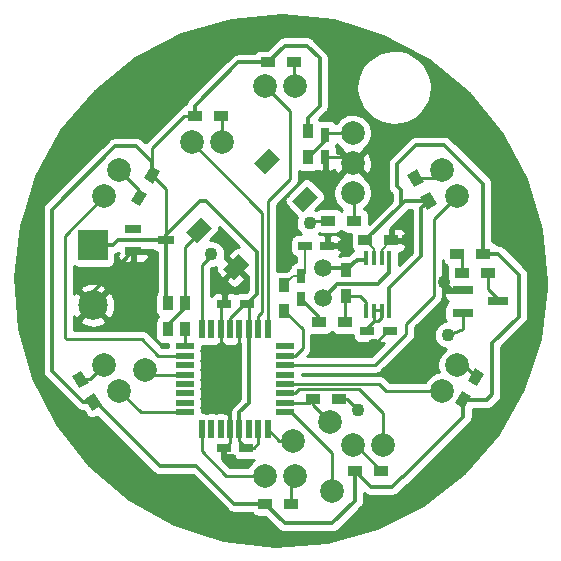
<source format=gbl>
G04 #@! TF.FileFunction,Copper,L2,Bot,Signal*
%FSLAX46Y46*%
G04 Gerber Fmt 4.6, Leading zero omitted, Abs format (unit mm)*
G04 Created by KiCad (PCBNEW 4.0.4+dfsg1-stable) date Thu Jan 19 15:29:11 2017*
%MOMM*%
%LPD*%
G01*
G04 APERTURE LIST*
%ADD10C,0.100000*%
%ADD11C,2.000000*%
%ADD12R,0.900000X1.200000*%
%ADD13C,1.500000*%
%ADD14R,2.500000X2.500000*%
%ADD15C,2.500000*%
%ADD16R,1.800860X0.800100*%
%ADD17R,0.750000X1.200000*%
%ADD18R,1.200000X0.750000*%
%ADD19R,1.200000X0.900000*%
%ADD20R,1.400000X0.700000*%
%ADD21R,0.550000X1.600000*%
%ADD22R,1.600000X0.550000*%
%ADD23R,0.381000X1.200000*%
%ADD24C,1.100000*%
%ADD25C,0.250000*%
%ADD26C,0.300000*%
%ADD27C,0.200000*%
%ADD28C,0.254000*%
G04 APERTURE END LIST*
D10*
D11*
X-11445240Y-7541260D03*
D12*
X335280Y-2611300D03*
X335280Y-411300D03*
D13*
X3594100Y1066800D03*
X3594100Y-1473200D03*
D14*
X-15875000Y2984500D03*
D15*
X-15875000Y-2095500D03*
D16*
X15412720Y-2707680D03*
X15412720Y-807680D03*
X18415000Y-1757680D03*
D11*
X6101080Y7409180D03*
X6101080Y9949180D03*
X6101080Y12489180D03*
D17*
X3782060Y12352060D03*
X3782060Y10452060D03*
D18*
X3972600Y2959100D03*
X2072600Y2959100D03*
X7338020Y-4262120D03*
X9238020Y-4262120D03*
D19*
X7193100Y3403600D03*
X9393100Y3403600D03*
D18*
X-2839680Y-1981200D03*
X-4739680Y-1981200D03*
D19*
X4960800Y-10033000D03*
X2760800Y-10033000D03*
X4023180Y5059680D03*
X6223180Y5059680D03*
X17152800Y2273300D03*
X14952800Y2273300D03*
D12*
X2301240Y12641760D03*
X2301240Y10441760D03*
D19*
X-1087300Y18465800D03*
X1112700Y18465800D03*
X3256100Y-3517900D03*
X5456100Y-3517900D03*
D10*
G36*
X-10969711Y9698243D02*
X-10190289Y9248243D01*
X-10790289Y8209013D01*
X-11569711Y8659013D01*
X-10969711Y9698243D01*
X-10969711Y9698243D01*
G37*
G36*
X-12069711Y7792987D02*
X-11290289Y7342987D01*
X-11890289Y6303757D01*
X-12669711Y6753757D01*
X-12069711Y7792987D01*
X-12069711Y7792987D01*
G37*
G36*
X-15150909Y-10576663D02*
X-15930331Y-11026663D01*
X-16530331Y-9987433D01*
X-15750909Y-9537433D01*
X-15150909Y-10576663D01*
X-15150909Y-10576663D01*
G37*
G36*
X-16250909Y-8671407D02*
X-17030331Y-9121407D01*
X-17630331Y-8082177D01*
X-16850909Y-7632177D01*
X-16250909Y-8671407D01*
X-16250909Y-8671407D01*
G37*
D12*
X-8064500Y-1922600D03*
X-8064500Y-4122600D03*
D19*
X-1277800Y-18910300D03*
X922200Y-18910300D03*
D12*
X5562600Y-1315900D03*
X5562600Y884100D03*
X-9512300Y-4122600D03*
X-9512300Y-1922600D03*
D10*
G36*
X15569651Y-10836163D02*
X14790229Y-10386163D01*
X15390229Y-9346933D01*
X16169651Y-9796933D01*
X15569651Y-10836163D01*
X15569651Y-10836163D01*
G37*
G36*
X16669651Y-8930907D02*
X15890229Y-8480907D01*
X16490229Y-7441677D01*
X17269651Y-7891677D01*
X16669651Y-8930907D01*
X16669651Y-8930907D01*
G37*
G36*
X13225971Y6459117D02*
X12446549Y6009117D01*
X11846549Y7048347D01*
X12625971Y7498347D01*
X13225971Y6459117D01*
X13225971Y6459117D01*
G37*
G36*
X12125971Y8364373D02*
X11346549Y7914373D01*
X10746549Y8953603D01*
X11525971Y9403603D01*
X12125971Y8364373D01*
X12125971Y8364373D01*
G37*
D19*
X6286320Y-16090900D03*
X8486320Y-16090900D03*
X-7259500Y13893800D03*
X-5059500Y13893800D03*
D17*
X1752600Y-1546900D03*
X1752600Y353100D03*
D10*
G36*
X2246285Y8022644D02*
X3165524Y7103405D01*
X1892731Y5830612D01*
X973492Y6749851D01*
X2246285Y8022644D01*
X2246285Y8022644D01*
G37*
G36*
X-3551991Y2224368D02*
X-2632752Y1305129D01*
X-3905545Y32336D01*
X-4824784Y951575D01*
X-3551991Y2224368D01*
X-3551991Y2224368D01*
G37*
G36*
X-935695Y11204624D02*
X-16456Y10285385D01*
X-1289249Y9012592D01*
X-2208488Y9931831D01*
X-935695Y11204624D01*
X-935695Y11204624D01*
G37*
G36*
X-6733971Y5406348D02*
X-5814732Y4487109D01*
X-7087525Y3214316D01*
X-8006764Y4133555D01*
X-6733971Y5406348D01*
X-6733971Y5406348D01*
G37*
D11*
X4203700Y-11976100D03*
X4340860Y-17851120D03*
X1079500Y-13576300D03*
X13652500Y-9354852D03*
X14922500Y-7155148D03*
X8674100Y-13957300D03*
X6134100Y-13957300D03*
X-1270000Y-16510000D03*
X1270000Y-16510000D03*
X-13652500Y-9354852D03*
X-14922500Y-7155148D03*
X-14922500Y7155148D03*
X-13652500Y9354852D03*
X-7493000Y11709400D03*
X-4953000Y11709400D03*
X-1270000Y16446500D03*
X1270000Y16446500D03*
X14922500Y7155148D03*
X13652500Y9354852D03*
D19*
X17533800Y635000D03*
X15333800Y635000D03*
D18*
X-2893020Y-14178280D03*
X-4793020Y-14178280D03*
D20*
X-12482020Y2461220D03*
X-12482020Y4361220D03*
X-9682020Y3411220D03*
D21*
X-6673500Y-4106600D03*
X-5873500Y-4106600D03*
X-5073500Y-4106600D03*
X-4273500Y-4106600D03*
X-3473500Y-4106600D03*
X-2673500Y-4106600D03*
X-1873500Y-4106600D03*
X-1073500Y-4106600D03*
D22*
X376500Y-5556600D03*
X376500Y-6356600D03*
X376500Y-7156600D03*
X376500Y-7956600D03*
X376500Y-8756600D03*
X376500Y-9556600D03*
X376500Y-10356600D03*
X376500Y-11156600D03*
D21*
X-1073500Y-12606600D03*
X-1873500Y-12606600D03*
X-2673500Y-12606600D03*
X-3473500Y-12606600D03*
X-4273500Y-12606600D03*
X-5073500Y-12606600D03*
X-5873500Y-12606600D03*
X-6673500Y-12606600D03*
D22*
X-8123500Y-11156600D03*
X-8123500Y-10356600D03*
X-8123500Y-9556600D03*
X-8123500Y-8756600D03*
X-8123500Y-7956600D03*
X-8123500Y-7156600D03*
X-8123500Y-6356600D03*
X-8123500Y-5556600D03*
D23*
X9204600Y-2562900D03*
X8554600Y-2562900D03*
X7904600Y-2562900D03*
X7254600Y-2562900D03*
X7254600Y1877100D03*
X7904600Y1877100D03*
X8554600Y1877100D03*
X9204600Y1877100D03*
D24*
X13876020Y-137160D03*
X-4180840Y-15224760D03*
X5318760Y2936240D03*
X-4940300Y-431800D03*
X10739120Y3467100D03*
X7889240Y-5417820D03*
X2489200Y4864100D03*
X-5854700Y2235200D03*
X14175740Y-4607560D03*
X6604000Y-10985500D03*
D25*
X3782060Y12352060D02*
X3782060Y11922580D01*
X3782060Y11922580D02*
X2301240Y10441760D01*
X6101080Y12489180D02*
X3919180Y12489180D01*
X3919180Y12489180D02*
X3782060Y12352060D01*
D26*
X-4273500Y-12606600D02*
X-4273500Y-11210240D01*
X-4273500Y-11210240D02*
X-4254500Y-11191240D01*
D25*
X15412720Y-807680D02*
X14546540Y-807680D01*
X14546540Y-807680D02*
X13876020Y-137160D01*
D26*
X-4793020Y-14178280D02*
X-4793020Y-14612580D01*
X-4793020Y-14612580D02*
X-4180840Y-15224760D01*
X-15875000Y-2095500D02*
X-15875000Y-931760D01*
X-15875000Y-931760D02*
X-12482020Y2461220D01*
D25*
X3972600Y2959100D02*
X5295900Y2959100D01*
X5295900Y2959100D02*
X5318760Y2936240D01*
X-4739680Y-1981200D02*
X-4739680Y-632420D01*
X-4739680Y-632420D02*
X-4940300Y-431800D01*
X-3473500Y-4106600D02*
X-3473500Y-5274360D01*
X-5073500Y-5104280D02*
X-5073500Y-4106600D01*
X-4594860Y-5582920D02*
X-5073500Y-5104280D01*
X-3782060Y-5582920D02*
X-4594860Y-5582920D01*
X-3473500Y-5274360D02*
X-3782060Y-5582920D01*
X-5073500Y-4106600D02*
X-5073500Y-2315020D01*
X-5073500Y-2315020D02*
X-4739680Y-1981200D01*
X-4739680Y-1981200D02*
X-4739680Y117440D01*
X-4739680Y117440D02*
X-3728768Y1128352D01*
X3782060Y10452060D02*
X5598200Y10452060D01*
X5598200Y10452060D02*
X6101080Y9949180D01*
X-4793020Y-14178280D02*
X-4681220Y-14178280D01*
X-4681220Y-14178280D02*
X-4273500Y-13770560D01*
X-4273500Y-13770560D02*
X-4273500Y-12606600D01*
X9393100Y3403600D02*
X10675620Y3403600D01*
X10675620Y3403600D02*
X10739120Y3467100D01*
D27*
X8554600Y1777100D02*
X8554600Y2565100D01*
X8554600Y2565100D02*
X9393100Y3403600D01*
D25*
X9238020Y-4262120D02*
X9044940Y-4262120D01*
X9044940Y-4262120D02*
X7889240Y-5417820D01*
D27*
X2072600Y2959100D02*
X2072600Y673100D01*
X2072600Y673100D02*
X1752600Y353100D01*
X1752600Y353100D02*
X1099680Y353100D01*
X1099680Y353100D02*
X335280Y-411300D01*
D25*
X3256100Y-3517900D02*
X3256100Y-3050400D01*
X3256100Y-3050400D02*
X1752600Y-1546900D01*
X8554600Y-2462900D02*
X8554600Y-3091300D01*
X8224640Y-3421260D02*
X7904600Y-3421260D01*
X8554600Y-3091300D02*
X8224640Y-3421260D01*
X8554600Y-2462900D02*
X7904600Y-2462900D01*
X7338020Y-4262120D02*
X7338020Y-3987840D01*
X7338020Y-3987840D02*
X7904600Y-3421260D01*
X7904600Y-3421260D02*
X7904600Y-2462900D01*
D26*
X2301240Y12641760D02*
X2301240Y13804900D01*
X342720Y19895820D02*
X-1087300Y18465800D01*
X2217420Y19895820D02*
X342720Y19895820D01*
X3307080Y18806160D02*
X2217420Y19895820D01*
X3307080Y14810740D02*
X3307080Y18806160D01*
X2301240Y13804900D02*
X3307080Y14810740D01*
X15479940Y-10091548D02*
X17492852Y-10091548D01*
X18415000Y2273300D02*
X17152800Y2273300D01*
X20180300Y508000D02*
X18415000Y2273300D01*
X20180300Y-3048000D02*
X20180300Y508000D01*
X17919700Y-5278120D02*
X20180300Y-3048000D01*
X17919700Y-9634220D02*
X17919700Y-5278120D01*
X17492852Y-10091548D02*
X17919700Y-9634220D01*
X10200550Y6411050D02*
X10200550Y7637870D01*
X10200550Y7637870D02*
X9872980Y7965440D01*
X9872980Y7965440D02*
X9872980Y9865360D01*
X9872980Y9865360D02*
X11493500Y11485880D01*
X11493500Y11485880D02*
X13840460Y11485880D01*
X13840460Y11485880D02*
X17152800Y8173540D01*
X17152800Y8173540D02*
X17152800Y2273300D01*
X12536260Y6753732D02*
X10543232Y6753732D01*
X10543232Y6753732D02*
X10200550Y6411050D01*
X10200550Y6411050D02*
X7193100Y3403600D01*
X9204600Y-2462900D02*
X9204600Y-650600D01*
X11899900Y6117372D02*
X12536260Y6753732D01*
X11899900Y2044700D02*
X11899900Y6117372D01*
X9204600Y-650600D02*
X11899900Y2044700D01*
X15479940Y-10091548D02*
X15479940Y-11517720D01*
X7655380Y-17459960D02*
X6286320Y-16090900D01*
X9425940Y-17459960D02*
X7655380Y-17459960D01*
X10264140Y-16621760D02*
X9425940Y-17459960D01*
X10375900Y-16621760D02*
X10264140Y-16621760D01*
X15479940Y-11517720D02*
X10375900Y-16621760D01*
X6286320Y-16090900D02*
X6286320Y-18643780D01*
X345260Y-20533360D02*
X-1277800Y-18910300D01*
X4396740Y-20533360D02*
X345260Y-20533360D01*
X6286320Y-18643780D02*
X4396740Y-20533360D01*
X-15840620Y-10282048D02*
X-15625952Y-10282048D01*
X-15625952Y-10282048D02*
X-10198100Y-15709900D01*
X-3911600Y-18910300D02*
X-1277800Y-18910300D01*
X-7112000Y-15709900D02*
X-3911600Y-18910300D01*
X-10198100Y-15709900D02*
X-7112000Y-15709900D01*
X-10880000Y8953628D02*
X-10880000Y10054500D01*
X-16695292Y-10282048D02*
X-15840620Y-10282048D01*
X-19352260Y-7625080D02*
X-16695292Y-10282048D01*
X-19352260Y6009640D02*
X-19352260Y-7625080D01*
X-13987780Y11374120D02*
X-19352260Y6009640D01*
X-12199620Y11374120D02*
X-13987780Y11374120D01*
X-10880000Y10054500D02*
X-12199620Y11374120D01*
X-2673500Y-4106600D02*
X-2673500Y-10364620D01*
X-3473500Y-11164620D02*
X-3473500Y-12606600D01*
X-2673500Y-10364620D02*
X-3473500Y-11164620D01*
X-7259500Y13893800D02*
X-7259500Y14775000D01*
X-3568700Y18465800D02*
X-1087300Y18465800D01*
X-7259500Y14775000D02*
X-3568700Y18465800D01*
X-9682020Y3411220D02*
X-9682020Y-1752880D01*
X-9682020Y-1752880D02*
X-9512300Y-1922600D01*
X-9682020Y3411220D02*
X-9682020Y3833320D01*
X-1998504Y-1140024D02*
X-2839680Y-1981200D01*
X-1998504Y2430304D02*
X-1998504Y-1140024D01*
X-6276340Y6708140D02*
X-1998504Y2430304D01*
X-6807200Y6708140D02*
X-6276340Y6708140D01*
X-9682020Y3833320D02*
X-6807200Y6708140D01*
X-15875000Y2984500D02*
X-14152880Y2984500D01*
X-13726160Y3411220D02*
X-9682020Y3411220D01*
X-14152880Y2984500D02*
X-13726160Y3411220D01*
D25*
X-10880000Y8953628D02*
X-10880000Y11192600D01*
X-8178800Y13893800D02*
X-7259500Y13893800D01*
X-10880000Y11192600D02*
X-8178800Y13893800D01*
X-9682020Y3411220D02*
X-9682020Y7755648D01*
X-9682020Y7755648D02*
X-10880000Y8953628D01*
X-2673500Y-4106600D02*
X-2673500Y-2147380D01*
X-2673500Y-2147380D02*
X-2839680Y-1981200D01*
X-4273500Y-4106600D02*
X-4273500Y-3188920D01*
X-4273500Y-3188920D02*
X-3065780Y-1981200D01*
X-3065780Y-1981200D02*
X-2839680Y-1981200D01*
X-2893020Y-14178280D02*
X-2913380Y-14178280D01*
X-2913380Y-14178280D02*
X-3473500Y-13618160D01*
X-3473500Y-13618160D02*
X-3473500Y-12606600D01*
X-2893020Y-14178280D02*
X-2258060Y-14178280D01*
X-1873500Y-13793720D02*
X-1873500Y-12606600D01*
X-2258060Y-14178280D02*
X-1873500Y-13793720D01*
D27*
X7904600Y1777100D02*
X7904600Y2692100D01*
X7904600Y2692100D02*
X7193100Y3403600D01*
D25*
X18415000Y-1757680D02*
X18415000Y-1554480D01*
X18415000Y-1554480D02*
X17533800Y-673280D01*
X17533800Y-673280D02*
X17533800Y635000D01*
X15333800Y635000D02*
X15333800Y1892300D01*
X15333800Y1892300D02*
X14952800Y2273300D01*
X1112700Y18465800D02*
X1112700Y16603800D01*
X1112700Y16603800D02*
X1270000Y16446500D01*
X-11980000Y7048372D02*
X-11980000Y7682352D01*
X-11980000Y7682352D02*
X-13652500Y9354852D01*
X-16940620Y-8376792D02*
X-16144144Y-8376792D01*
X-16144144Y-8376792D02*
X-14922500Y-7155148D01*
X922200Y-18910300D02*
X922200Y-16857800D01*
X922200Y-16857800D02*
X1270000Y-16510000D01*
X14922500Y-7155148D02*
X15548796Y-7155148D01*
X15548796Y-7155148D02*
X16579940Y-8186292D01*
X11436260Y8658988D02*
X12956636Y8658988D01*
X12956636Y8658988D02*
X13652500Y9354852D01*
X-4953000Y11709400D02*
X-4953000Y13787300D01*
X-4953000Y13787300D02*
X-5059500Y13893800D01*
X-8064500Y-4122600D02*
X-8064500Y-5497600D01*
X-8064500Y-5497600D02*
X-8123500Y-5556600D01*
X2760800Y-10033000D02*
X2760800Y-10533200D01*
X2760800Y-10533200D02*
X4203700Y-11976100D01*
X376500Y-10356600D02*
X2437200Y-10356600D01*
X2437200Y-10356600D02*
X2760800Y-10033000D01*
X2684780Y5059680D02*
X2489200Y4864100D01*
X4023180Y5059680D02*
X2684780Y5059680D01*
X-6673500Y1302100D02*
X-6673500Y-4106600D01*
X-5740400Y2235200D02*
X-6673500Y1302100D01*
X-5854700Y2235200D02*
X-5740400Y2235200D01*
X376500Y-6356600D02*
X1235460Y-6356600D01*
X1866900Y-4142920D02*
X335280Y-2611300D01*
X1866900Y-5725160D02*
X1866900Y-4142920D01*
X1235460Y-6356600D02*
X1866900Y-5725160D01*
X4340860Y-17851120D02*
X4340860Y-14610080D01*
X4340860Y-14610080D02*
X887380Y-11156600D01*
X887380Y-11156600D02*
X376500Y-11156600D01*
X1079500Y-13576300D02*
X-103800Y-13576300D01*
X-103800Y-13576300D02*
X-1073500Y-12606600D01*
X-8123500Y-7956600D02*
X-11029900Y-7956600D01*
X-11029900Y-7956600D02*
X-11445240Y-7541260D01*
D26*
X7254600Y1777100D02*
X6455600Y1777100D01*
X6455600Y1777100D02*
X5562600Y884100D01*
X3594100Y1066800D02*
X5379900Y1066800D01*
X5379900Y1066800D02*
X5562600Y884100D01*
D25*
X6455600Y1777100D02*
X5562600Y884100D01*
X5379900Y1066800D02*
X5562600Y884100D01*
D26*
X4787900Y-271780D02*
X8229600Y-271780D01*
X4678680Y-381000D02*
X4787900Y-271780D01*
X4671060Y-381000D02*
X4678680Y-381000D01*
X9204600Y703220D02*
X9204600Y1777100D01*
X8229600Y-271780D02*
X9204600Y703220D01*
X3594100Y-1473200D02*
X3594100Y-1457960D01*
X3594100Y-1457960D02*
X4671060Y-381000D01*
X9187180Y619760D02*
X9187180Y1759680D01*
D25*
X9204600Y637180D02*
X9204600Y1777100D01*
D26*
X9187180Y619760D02*
X9204600Y637180D01*
X9187180Y1759680D02*
X9204600Y1777100D01*
D25*
X3594100Y-1457960D02*
X4671060Y-381000D01*
X4960800Y-10033000D02*
X5651500Y-10033000D01*
X15412720Y-4097020D02*
X15412720Y-2707680D01*
X14175740Y-4607560D02*
X15412720Y-4097020D01*
X5651500Y-10033000D02*
X6604000Y-10985500D01*
X6223180Y5059680D02*
X6223180Y7287080D01*
X6223180Y7287080D02*
X6101080Y7409180D01*
X5456100Y-3517900D02*
X5456100Y-1422400D01*
X5456100Y-1422400D02*
X5562600Y-1315900D01*
X7254600Y-2462900D02*
X7254600Y-1836780D01*
X6733720Y-1315900D02*
X5562600Y-1315900D01*
X7254600Y-1836780D02*
X6733720Y-1315900D01*
X-9512300Y-4122600D02*
X-9512300Y-3713480D01*
X-9512300Y-3713480D02*
X-8064500Y-2265680D01*
X-8064500Y-2265680D02*
X-8064500Y-1922600D01*
X-6910748Y4310332D02*
X-6910748Y4036652D01*
X-6910748Y4036652D02*
X-8064500Y2882900D01*
X-8064500Y2882900D02*
X-8064500Y-1922600D01*
X6134100Y-13957300D02*
X6352720Y-13957300D01*
X6352720Y-13957300D02*
X8486320Y-16090900D01*
X-1073500Y-4106600D02*
X-1073500Y6742080D01*
X820420Y14356080D02*
X-1270000Y16446500D01*
X820420Y8636000D02*
X820420Y14356080D01*
X-1073500Y6742080D02*
X820420Y8636000D01*
X-8123500Y-6356600D02*
X-10331200Y-6356600D01*
X-18275300Y3802348D02*
X-14922500Y7155148D01*
X-18275300Y-4775200D02*
X-18275300Y3802348D01*
X-18122900Y-4927600D02*
X-18275300Y-4775200D01*
X-11760200Y-4927600D02*
X-18122900Y-4927600D01*
X-10331200Y-6356600D02*
X-11760200Y-4927600D01*
X-8123500Y-11156600D02*
X-11850752Y-11156600D01*
X-11850752Y-11156600D02*
X-13652500Y-9354852D01*
X-1270000Y-16510000D02*
X-4620260Y-16510000D01*
X-6673500Y-14456760D02*
X-6673500Y-12606600D01*
X-4620260Y-16510000D02*
X-6673500Y-14456760D01*
X13652500Y-9354852D02*
X8976492Y-9354852D01*
X8378240Y-8756600D02*
X376500Y-8756600D01*
X8976492Y-9354852D02*
X8378240Y-8756600D01*
X10655300Y-4495800D02*
X10655300Y-3657600D01*
X7994500Y-7156600D02*
X10655300Y-4495800D01*
X376500Y-7156600D02*
X7994500Y-7156600D01*
X12966700Y5199348D02*
X14922500Y7155148D01*
X12966700Y-1346200D02*
X12966700Y5199348D01*
X10655300Y-3657600D02*
X12966700Y-1346200D01*
X376500Y-9556600D02*
X1252742Y-9556600D01*
X8674100Y-11203940D02*
X8674100Y-13957300D01*
X6676762Y-9206602D02*
X8674100Y-11203940D01*
X1602740Y-9206602D02*
X6676762Y-9206602D01*
X1252742Y-9556600D02*
X1602740Y-9206602D01*
X-1873500Y-4106600D02*
X-1873500Y-2998720D01*
X-1861820Y6078220D02*
X-7493000Y11709400D01*
X-1523502Y5739902D02*
X-1861820Y6078220D01*
X-1523502Y-2648722D02*
X-1523502Y5739902D01*
X-1873500Y-2998720D02*
X-1523502Y-2648722D01*
D28*
G36*
X4522319Y22031023D02*
X8715374Y20733055D01*
X12576463Y18645373D01*
X15958518Y15847493D01*
X18732718Y12445988D01*
X20793394Y8570419D01*
X22062057Y4368405D01*
X22490383Y0D01*
X22481614Y-627968D01*
X21931482Y-4982711D01*
X20545987Y-9147663D01*
X18377902Y-12964184D01*
X15509808Y-16286903D01*
X12050950Y-18989258D01*
X8133075Y-20968319D01*
X3905414Y-22148704D01*
X-471003Y-22485450D01*
X-4829480Y-21965734D01*
X-9004003Y-20609349D01*
X-12835567Y-18467960D01*
X-16178228Y-15623133D01*
X-18904665Y-12183225D01*
X-20911029Y-8279262D01*
X-22120899Y-4059945D01*
X-22488191Y314015D01*
X-21998914Y4676014D01*
X-21575863Y6009640D01*
X-20137260Y6009640D01*
X-20137260Y-7625080D01*
X-20130182Y-7697263D01*
X-20123864Y-7769482D01*
X-20122713Y-7773444D01*
X-20122310Y-7777554D01*
X-20101339Y-7847015D01*
X-20081121Y-7916604D01*
X-20079223Y-7920266D01*
X-20078029Y-7924220D01*
X-20044000Y-7988218D01*
X-20010617Y-8052622D01*
X-20008038Y-8055852D01*
X-20006103Y-8059492D01*
X-19960270Y-8115689D01*
X-19915034Y-8172354D01*
X-19909370Y-8178098D01*
X-19909273Y-8178218D01*
X-19909163Y-8178309D01*
X-19907339Y-8180159D01*
X-17250371Y-10837127D01*
X-17194326Y-10883163D01*
X-17138791Y-10929762D01*
X-17135175Y-10931750D01*
X-17131984Y-10934371D01*
X-17068047Y-10968654D01*
X-17004536Y-11003569D01*
X-17000604Y-11004816D01*
X-16996964Y-11006768D01*
X-16927651Y-11027959D01*
X-16858503Y-11049894D01*
X-16854395Y-11050355D01*
X-16850453Y-11051560D01*
X-16778348Y-11058884D01*
X-16706252Y-11066971D01*
X-16698183Y-11067028D01*
X-16698032Y-11067043D01*
X-16697892Y-11067030D01*
X-16695292Y-11067048D01*
X-16643796Y-11067048D01*
X-16482917Y-11345699D01*
X-16425373Y-11429241D01*
X-16293619Y-11551218D01*
X-16133098Y-11631660D01*
X-15956522Y-11664197D01*
X-15777873Y-11646253D01*
X-15611295Y-11579249D01*
X-15502007Y-11516151D01*
X-10753179Y-16264979D01*
X-10697134Y-16311015D01*
X-10641599Y-16357614D01*
X-10637983Y-16359602D01*
X-10634792Y-16362223D01*
X-10570855Y-16396506D01*
X-10507344Y-16431421D01*
X-10503412Y-16432668D01*
X-10499772Y-16434620D01*
X-10430417Y-16455824D01*
X-10361311Y-16477746D01*
X-10357208Y-16478206D01*
X-10353261Y-16479413D01*
X-10281106Y-16486742D01*
X-10209060Y-16494823D01*
X-10200991Y-16494880D01*
X-10200840Y-16494895D01*
X-10200700Y-16494882D01*
X-10198100Y-16494900D01*
X-7437158Y-16494900D01*
X-4466679Y-19465379D01*
X-4410634Y-19511415D01*
X-4355099Y-19558014D01*
X-4351483Y-19560002D01*
X-4348292Y-19562623D01*
X-4284355Y-19596906D01*
X-4220844Y-19631821D01*
X-4216912Y-19633068D01*
X-4213272Y-19635020D01*
X-4143959Y-19656211D01*
X-4074811Y-19678146D01*
X-4070703Y-19678607D01*
X-4066761Y-19679812D01*
X-3994656Y-19687136D01*
X-3922560Y-19695223D01*
X-3914491Y-19695280D01*
X-3914340Y-19695295D01*
X-3914200Y-19695282D01*
X-3911600Y-19695300D01*
X-2413598Y-19695300D01*
X-2355900Y-19782859D01*
X-2219250Y-19899325D01*
X-2055563Y-19973110D01*
X-1877800Y-19998372D01*
X-1299886Y-19998372D01*
X-209819Y-21088438D01*
X-153782Y-21134468D01*
X-98239Y-21181074D01*
X-94626Y-21183060D01*
X-91433Y-21185683D01*
X-27456Y-21219987D01*
X36016Y-21254881D01*
X39946Y-21256128D01*
X43587Y-21258080D01*
X112915Y-21279275D01*
X182049Y-21301206D01*
X186157Y-21301667D01*
X190099Y-21302872D01*
X262204Y-21310196D01*
X334300Y-21318283D01*
X342369Y-21318340D01*
X342520Y-21318355D01*
X342660Y-21318342D01*
X345260Y-21318360D01*
X4396740Y-21318360D01*
X4468923Y-21311282D01*
X4541142Y-21304964D01*
X4545104Y-21303813D01*
X4549214Y-21303410D01*
X4618675Y-21282439D01*
X4688264Y-21262221D01*
X4691926Y-21260323D01*
X4695880Y-21259129D01*
X4759878Y-21225100D01*
X4824282Y-21191717D01*
X4827512Y-21189138D01*
X4831152Y-21187203D01*
X4887349Y-21141370D01*
X4944014Y-21096134D01*
X4949758Y-21090470D01*
X4949878Y-21090373D01*
X4949969Y-21090263D01*
X4951819Y-21088439D01*
X6841399Y-19198859D01*
X6887435Y-19142814D01*
X6934034Y-19087279D01*
X6936022Y-19083663D01*
X6938643Y-19080472D01*
X6972926Y-19016535D01*
X7007841Y-18953024D01*
X7009088Y-18949092D01*
X7011040Y-18945452D01*
X7032244Y-18876097D01*
X7054166Y-18806991D01*
X7054626Y-18802888D01*
X7055833Y-18798941D01*
X7063167Y-18726742D01*
X7071243Y-18654740D01*
X7071300Y-18646681D01*
X7071316Y-18646520D01*
X7071302Y-18646370D01*
X7071320Y-18643780D01*
X7071320Y-17986058D01*
X7100301Y-18015039D01*
X7156346Y-18061075D01*
X7211881Y-18107674D01*
X7215497Y-18109662D01*
X7218688Y-18112283D01*
X7282625Y-18146566D01*
X7346136Y-18181481D01*
X7350068Y-18182728D01*
X7353708Y-18184680D01*
X7423021Y-18205871D01*
X7492169Y-18227806D01*
X7496277Y-18228267D01*
X7500219Y-18229472D01*
X7572324Y-18236796D01*
X7644420Y-18244883D01*
X7652489Y-18244940D01*
X7652640Y-18244955D01*
X7652780Y-18244942D01*
X7655380Y-18244960D01*
X9425940Y-18244960D01*
X9498123Y-18237882D01*
X9570342Y-18231564D01*
X9574304Y-18230413D01*
X9578414Y-18230010D01*
X9647875Y-18209039D01*
X9717464Y-18188821D01*
X9721126Y-18186923D01*
X9725080Y-18185729D01*
X9789078Y-18151700D01*
X9853482Y-18118317D01*
X9856712Y-18115738D01*
X9860352Y-18113803D01*
X9916549Y-18067970D01*
X9973214Y-18022734D01*
X9978958Y-18017070D01*
X9979078Y-18016973D01*
X9979169Y-18016863D01*
X9981019Y-18015039D01*
X10636433Y-17359625D01*
X10667424Y-17350621D01*
X10671086Y-17348723D01*
X10675040Y-17347529D01*
X10739038Y-17313500D01*
X10803442Y-17280117D01*
X10806672Y-17277538D01*
X10810312Y-17275603D01*
X10866509Y-17229770D01*
X10923174Y-17184534D01*
X10928918Y-17178870D01*
X10929038Y-17178773D01*
X10929129Y-17178663D01*
X10930979Y-17176839D01*
X16035019Y-12072799D01*
X16081055Y-12016754D01*
X16127654Y-11961219D01*
X16129642Y-11957603D01*
X16132263Y-11954412D01*
X16166546Y-11890475D01*
X16201461Y-11826964D01*
X16202708Y-11823032D01*
X16204660Y-11819392D01*
X16225864Y-11750037D01*
X16247786Y-11680931D01*
X16248246Y-11676828D01*
X16249453Y-11672881D01*
X16256787Y-11600682D01*
X16264863Y-11528680D01*
X16264920Y-11520621D01*
X16264936Y-11520460D01*
X16264922Y-11520310D01*
X16264940Y-11517720D01*
X16264940Y-10908030D01*
X16283116Y-10876548D01*
X17492852Y-10876548D01*
X17502257Y-10875626D01*
X17511680Y-10876322D01*
X17578403Y-10868160D01*
X17645326Y-10861598D01*
X17654374Y-10858866D01*
X17663752Y-10857719D01*
X17727620Y-10836752D01*
X17791992Y-10817317D01*
X17800336Y-10812880D01*
X17809314Y-10809933D01*
X17867914Y-10776948D01*
X17927264Y-10745391D01*
X17934584Y-10739421D01*
X17942822Y-10734784D01*
X17993884Y-10691057D01*
X18045990Y-10648561D01*
X18052017Y-10641276D01*
X18059190Y-10635133D01*
X18066725Y-10627174D01*
X18493573Y-10169846D01*
X18529463Y-10122947D01*
X18567414Y-10077719D01*
X18575931Y-10062226D01*
X18586681Y-10048179D01*
X18612781Y-9995196D01*
X18641221Y-9943464D01*
X18646567Y-9926611D01*
X18654383Y-9910745D01*
X18669690Y-9853718D01*
X18687546Y-9797431D01*
X18689518Y-9779853D01*
X18694101Y-9762778D01*
X18698041Y-9703860D01*
X18704623Y-9645180D01*
X18704700Y-9634220D01*
X18704700Y-5606403D01*
X20731599Y-3606833D01*
X20779682Y-3549100D01*
X20828014Y-3491499D01*
X20828714Y-3490226D01*
X20829644Y-3489109D01*
X20865659Y-3423022D01*
X20901821Y-3357244D01*
X20902259Y-3355863D01*
X20902956Y-3354584D01*
X20925430Y-3282822D01*
X20948146Y-3211211D01*
X20948308Y-3209765D01*
X20948742Y-3208380D01*
X20956856Y-3133556D01*
X20965223Y-3058960D01*
X20965242Y-3056223D01*
X20965259Y-3056068D01*
X20965244Y-3055902D01*
X20965300Y-3048000D01*
X20965300Y508000D01*
X20958222Y580183D01*
X20951904Y652402D01*
X20950753Y656364D01*
X20950350Y660474D01*
X20929379Y729935D01*
X20909161Y799524D01*
X20907263Y803186D01*
X20906069Y807140D01*
X20872040Y871138D01*
X20838657Y935542D01*
X20836078Y938772D01*
X20834143Y942412D01*
X20788330Y998584D01*
X20743074Y1055275D01*
X20737409Y1061020D01*
X20737313Y1061138D01*
X20737204Y1061228D01*
X20735379Y1063079D01*
X18970079Y2828379D01*
X18914034Y2874415D01*
X18858499Y2921014D01*
X18854883Y2923002D01*
X18851692Y2925623D01*
X18787755Y2959906D01*
X18724244Y2994821D01*
X18720312Y2996068D01*
X18716672Y2998020D01*
X18647359Y3019211D01*
X18578211Y3041146D01*
X18574103Y3041607D01*
X18570161Y3042812D01*
X18498056Y3050136D01*
X18425960Y3058223D01*
X18417891Y3058280D01*
X18417740Y3058295D01*
X18417600Y3058282D01*
X18415000Y3058300D01*
X18288598Y3058300D01*
X18230900Y3145859D01*
X18094250Y3262325D01*
X17937800Y3332848D01*
X17937800Y8173540D01*
X17930722Y8245723D01*
X17924404Y8317942D01*
X17923253Y8321904D01*
X17922850Y8326014D01*
X17901879Y8395475D01*
X17881661Y8465064D01*
X17879763Y8468726D01*
X17878569Y8472680D01*
X17844540Y8536678D01*
X17811157Y8601082D01*
X17808578Y8604312D01*
X17806643Y8607952D01*
X17760830Y8664124D01*
X17715574Y8720815D01*
X17709909Y8726560D01*
X17709813Y8726678D01*
X17709704Y8726768D01*
X17707879Y8728619D01*
X14395539Y12040959D01*
X14339494Y12086995D01*
X14283959Y12133594D01*
X14280343Y12135582D01*
X14277152Y12138203D01*
X14213215Y12172486D01*
X14149704Y12207401D01*
X14145772Y12208648D01*
X14142132Y12210600D01*
X14072819Y12231791D01*
X14003671Y12253726D01*
X13999563Y12254187D01*
X13995621Y12255392D01*
X13923516Y12262716D01*
X13851420Y12270803D01*
X13843351Y12270860D01*
X13843200Y12270875D01*
X13843060Y12270862D01*
X13840460Y12270880D01*
X11493500Y12270880D01*
X11421317Y12263802D01*
X11349098Y12257484D01*
X11345136Y12256333D01*
X11341026Y12255930D01*
X11271565Y12234959D01*
X11201976Y12214741D01*
X11198314Y12212843D01*
X11194360Y12211649D01*
X11130322Y12177599D01*
X11065958Y12144236D01*
X11062731Y12141660D01*
X11059088Y12139723D01*
X11002888Y12093888D01*
X10946225Y12048654D01*
X10940480Y12042989D01*
X10940362Y12042893D01*
X10940272Y12042784D01*
X10938421Y12040959D01*
X9317901Y10420439D01*
X9271865Y10364394D01*
X9225266Y10308859D01*
X9223278Y10305243D01*
X9220657Y10302052D01*
X9186374Y10238115D01*
X9151459Y10174604D01*
X9150212Y10170672D01*
X9148260Y10167032D01*
X9127069Y10097719D01*
X9105134Y10028571D01*
X9104673Y10024463D01*
X9103468Y10020521D01*
X9096144Y9948416D01*
X9088057Y9876320D01*
X9088000Y9868251D01*
X9087985Y9868100D01*
X9087998Y9867960D01*
X9087980Y9865360D01*
X9087980Y7965440D01*
X9095058Y7893257D01*
X9101376Y7821038D01*
X9102527Y7817076D01*
X9102930Y7812966D01*
X9123901Y7743505D01*
X9144119Y7673916D01*
X9146017Y7670254D01*
X9147211Y7666300D01*
X9181240Y7602302D01*
X9214623Y7537898D01*
X9217202Y7534668D01*
X9219137Y7531028D01*
X9264970Y7474831D01*
X9310206Y7418166D01*
X9315870Y7412422D01*
X9315967Y7412302D01*
X9316077Y7412211D01*
X9317901Y7410361D01*
X9415550Y7312712D01*
X9415550Y6736208D01*
X7461252Y4781910D01*
X7461252Y5509680D01*
X7453188Y5610801D01*
X7400074Y5782314D01*
X7301280Y5932239D01*
X7164630Y6048705D01*
X7073520Y6089774D01*
X7112557Y6114548D01*
X7344756Y6335668D01*
X7529583Y6597677D01*
X7659999Y6890597D01*
X7731036Y7203269D01*
X7736150Y7569500D01*
X7673871Y7884034D01*
X7551684Y8180480D01*
X7374245Y8447548D01*
X7148311Y8675065D01*
X7034464Y8751855D01*
X7056888Y8813767D01*
X6101080Y9769575D01*
X5145272Y8813767D01*
X5167528Y8752320D01*
X5071626Y8689563D01*
X4842537Y8465223D01*
X4661386Y8200658D01*
X4535073Y7905947D01*
X4468408Y7592314D01*
X4463931Y7271705D01*
X4521813Y6956332D01*
X4639848Y6658209D01*
X4813541Y6388689D01*
X5036277Y6158040D01*
X5242009Y6015053D01*
X5200621Y5987780D01*
X5123955Y5897828D01*
X5101280Y5932239D01*
X4964630Y6048705D01*
X4800943Y6122490D01*
X4623180Y6147752D01*
X3423180Y6147752D01*
X3322059Y6139688D01*
X3150546Y6086574D01*
X3000621Y5987780D01*
X2967260Y5948637D01*
X2929147Y5964658D01*
X3616709Y6652220D01*
X3682511Y6729426D01*
X3766231Y6888261D01*
X3802386Y7064131D01*
X3788114Y7243112D01*
X3724543Y7411030D01*
X3616709Y7554590D01*
X2697470Y8473829D01*
X2620264Y8539631D01*
X2461429Y8623351D01*
X2285559Y8659506D01*
X2106578Y8645234D01*
X1938660Y8581663D01*
X1795100Y8473829D01*
X522307Y7201036D01*
X456505Y7123830D01*
X372785Y6964995D01*
X336630Y6789125D01*
X350902Y6610144D01*
X414473Y6442226D01*
X522307Y6298666D01*
X1426995Y5393978D01*
X1354203Y5224142D01*
X1305887Y4996830D01*
X1302642Y4764462D01*
X1344593Y4535889D01*
X1430142Y4319818D01*
X1556030Y4124478D01*
X1703110Y3972172D01*
X1472600Y3972172D01*
X1371479Y3964108D01*
X1199966Y3910994D01*
X1050041Y3812200D01*
X933575Y3675550D01*
X859790Y3511863D01*
X834528Y3334100D01*
X834528Y2584100D01*
X842592Y2482979D01*
X895706Y2311466D01*
X994500Y2161541D01*
X1131150Y2045075D01*
X1294837Y1971290D01*
X1337600Y1965213D01*
X1337600Y1587982D01*
X1276479Y1583108D01*
X1104966Y1529994D01*
X955041Y1431200D01*
X838575Y1294550D01*
X764790Y1130863D01*
X745241Y993300D01*
X699371Y969523D01*
X696351Y967112D01*
X692937Y965297D01*
X640309Y922375D01*
X587264Y880029D01*
X581882Y874722D01*
X581774Y874634D01*
X581692Y874534D01*
X579957Y872824D01*
X533905Y826772D01*
X-114720Y826772D01*
X-215841Y818708D01*
X-313500Y788465D01*
X-313500Y6427278D01*
X1357821Y8098599D01*
X1402388Y8152855D01*
X1447506Y8206625D01*
X1449431Y8210126D01*
X1451968Y8213215D01*
X1485133Y8275067D01*
X1518963Y8336604D01*
X1520172Y8340416D01*
X1522059Y8343935D01*
X1542572Y8411031D01*
X1563812Y8477987D01*
X1564258Y8481959D01*
X1565426Y8485781D01*
X1572518Y8555605D01*
X1580346Y8625389D01*
X1580401Y8633204D01*
X1580415Y8633347D01*
X1580402Y8633480D01*
X1580420Y8636000D01*
X1580420Y9270897D01*
X1673477Y9228950D01*
X1851240Y9203688D01*
X2751240Y9203688D01*
X2852361Y9211752D01*
X3023874Y9264866D01*
X3083794Y9304351D01*
X3106275Y9289330D01*
X3221837Y9241463D01*
X3344518Y9217060D01*
X3496310Y9217060D01*
X3655060Y9375810D01*
X3655060Y10325060D01*
X3635060Y10325060D01*
X3635060Y10579060D01*
X3655060Y10579060D01*
X3655060Y10599060D01*
X3909060Y10599060D01*
X3909060Y10579060D01*
X3929060Y10579060D01*
X3929060Y10325060D01*
X3909060Y10325060D01*
X3909060Y9375810D01*
X4067810Y9217060D01*
X4219602Y9217060D01*
X4342283Y9241463D01*
X4457845Y9289330D01*
X4561849Y9358823D01*
X4571781Y9368755D01*
X4608285Y9263092D01*
X4701266Y9089136D01*
X4965667Y8993372D01*
X5921475Y9949180D01*
X6280685Y9949180D01*
X7236493Y8993372D01*
X7500894Y9089136D01*
X7641784Y9378751D01*
X7723464Y9690288D01*
X7742798Y10011775D01*
X7699041Y10330855D01*
X7593875Y10635268D01*
X7500894Y10809224D01*
X7236493Y10904988D01*
X6280685Y9949180D01*
X5921475Y9949180D01*
X4965667Y10904988D01*
X4792060Y10842109D01*
X4792060Y11114602D01*
X4767657Y11237283D01*
X4719790Y11352845D01*
X4687737Y11400816D01*
X4696085Y11410610D01*
X4759832Y11552029D01*
X4813541Y11468689D01*
X5036277Y11238040D01*
X5167753Y11146662D01*
X5145272Y11084593D01*
X6101080Y10128785D01*
X7056888Y11084593D01*
X7034910Y11145272D01*
X7112557Y11194548D01*
X7344756Y11415668D01*
X7529583Y11677677D01*
X7659999Y11970597D01*
X7731036Y12283269D01*
X7736150Y12649500D01*
X7673871Y12964034D01*
X7551684Y13260480D01*
X7374245Y13527548D01*
X7148311Y13755065D01*
X6882488Y13934364D01*
X6586902Y14058617D01*
X6272811Y14123091D01*
X5952179Y14125329D01*
X5637218Y14065247D01*
X5339926Y13945134D01*
X5071626Y13769563D01*
X4842537Y13545223D01*
X4679573Y13307220D01*
X4635160Y13374619D01*
X4498510Y13491085D01*
X4334823Y13564870D01*
X4157060Y13590132D01*
X3407060Y13590132D01*
X3305939Y13582068D01*
X3287336Y13576307D01*
X3245815Y13639317D01*
X3862159Y14255661D01*
X3908195Y14311706D01*
X3954794Y14367241D01*
X3956782Y14370857D01*
X3959403Y14374048D01*
X3993686Y14437985D01*
X4028601Y14501496D01*
X4029848Y14505428D01*
X4031800Y14509068D01*
X4053004Y14578423D01*
X4074926Y14647529D01*
X4075386Y14651632D01*
X4076593Y14655579D01*
X4083927Y14727778D01*
X4092003Y14799780D01*
X4092060Y14807839D01*
X4092076Y14808000D01*
X4092062Y14808150D01*
X4092080Y14810740D01*
X4092080Y16302964D01*
X6436341Y16302964D01*
X6505641Y15685139D01*
X6693624Y15092542D01*
X6993129Y14547743D01*
X7392749Y14071494D01*
X7877263Y13681936D01*
X8428214Y13393905D01*
X9024619Y13218374D01*
X9643759Y13162028D01*
X10262052Y13227013D01*
X10855947Y13410854D01*
X11402823Y13706549D01*
X11881850Y14102835D01*
X12274782Y14584617D01*
X12566652Y15133544D01*
X12746343Y15728708D01*
X12807010Y16347440D01*
X12805768Y16436384D01*
X12727849Y17053181D01*
X12531610Y17643096D01*
X12224527Y18183659D01*
X11818296Y18654282D01*
X11328391Y19037038D01*
X10773471Y19317348D01*
X10174675Y19484535D01*
X9554808Y19532231D01*
X8937483Y19458620D01*
X8346212Y19266504D01*
X7803518Y18963203D01*
X7330070Y18560267D01*
X6943903Y18073046D01*
X6659726Y17520097D01*
X6488363Y16922482D01*
X6436341Y16302964D01*
X4092080Y16302964D01*
X4092080Y18806160D01*
X4085002Y18878343D01*
X4078684Y18950562D01*
X4077533Y18954524D01*
X4077130Y18958634D01*
X4056159Y19028095D01*
X4035941Y19097684D01*
X4034043Y19101346D01*
X4032849Y19105300D01*
X3998809Y19169319D01*
X3965437Y19233701D01*
X3962860Y19236929D01*
X3960923Y19240572D01*
X3915073Y19296791D01*
X3869854Y19353434D01*
X3864190Y19359178D01*
X3864093Y19359298D01*
X3863983Y19359389D01*
X3862159Y19361239D01*
X2772499Y20450899D01*
X2716454Y20496935D01*
X2660919Y20543534D01*
X2657303Y20545522D01*
X2654112Y20548143D01*
X2590175Y20582426D01*
X2526664Y20617341D01*
X2522732Y20618588D01*
X2519092Y20620540D01*
X2449779Y20641731D01*
X2380631Y20663666D01*
X2376523Y20664127D01*
X2372581Y20665332D01*
X2300476Y20672656D01*
X2228380Y20680743D01*
X2220311Y20680800D01*
X2220160Y20680815D01*
X2220020Y20680802D01*
X2217420Y20680820D01*
X342720Y20680820D01*
X270537Y20673742D01*
X198318Y20667424D01*
X194356Y20666273D01*
X190246Y20665870D01*
X120785Y20644899D01*
X51196Y20624681D01*
X47534Y20622783D01*
X43580Y20621589D01*
X-20439Y20587549D01*
X-84821Y20554177D01*
X-88049Y20551600D01*
X-91692Y20549663D01*
X-147911Y20503813D01*
X-204554Y20458594D01*
X-210298Y20452930D01*
X-210418Y20452833D01*
X-210509Y20452723D01*
X-212359Y20450899D01*
X-1109386Y19553872D01*
X-1687300Y19553872D01*
X-1788421Y19545808D01*
X-1959934Y19492694D01*
X-2109859Y19393900D01*
X-2226325Y19257250D01*
X-2229232Y19250800D01*
X-3568700Y19250800D01*
X-3640883Y19243722D01*
X-3713102Y19237404D01*
X-3717064Y19236253D01*
X-3721174Y19235850D01*
X-3790635Y19214879D01*
X-3860224Y19194661D01*
X-3863886Y19192763D01*
X-3867840Y19191569D01*
X-3931878Y19157519D01*
X-3996242Y19124156D01*
X-3999469Y19121580D01*
X-4003112Y19119643D01*
X-4059312Y19073808D01*
X-4115975Y19028574D01*
X-4121720Y19022909D01*
X-4121838Y19022813D01*
X-4121928Y19022704D01*
X-4123779Y19020879D01*
X-7814579Y15330079D01*
X-7860615Y15274034D01*
X-7907214Y15218499D01*
X-7909202Y15214883D01*
X-7911823Y15211692D01*
X-7946106Y15147755D01*
X-7981021Y15084244D01*
X-7982268Y15080312D01*
X-7984220Y15076672D01*
X-8005411Y15007359D01*
X-8022093Y14954772D01*
X-8132134Y14920694D01*
X-8282059Y14821900D01*
X-8398525Y14685250D01*
X-8433609Y14607419D01*
X-8461039Y14599450D01*
X-8464590Y14597609D01*
X-8468413Y14596455D01*
X-8530374Y14563510D01*
X-8592725Y14531190D01*
X-8595848Y14528697D01*
X-8599378Y14526820D01*
X-8653811Y14482425D01*
X-8708645Y14438652D01*
X-8714204Y14433170D01*
X-8714322Y14433074D01*
X-8714412Y14432965D01*
X-8716201Y14431201D01*
X-11417401Y11730001D01*
X-11430002Y11714660D01*
X-11644541Y11929199D01*
X-11700586Y11975235D01*
X-11756121Y12021834D01*
X-11759737Y12023822D01*
X-11762928Y12026443D01*
X-11826865Y12060726D01*
X-11890376Y12095641D01*
X-11894308Y12096888D01*
X-11897948Y12098840D01*
X-11967261Y12120031D01*
X-12036409Y12141966D01*
X-12040517Y12142427D01*
X-12044459Y12143632D01*
X-12116564Y12150956D01*
X-12188660Y12159043D01*
X-12196729Y12159100D01*
X-12196880Y12159115D01*
X-12197020Y12159102D01*
X-12199620Y12159120D01*
X-13987780Y12159120D01*
X-14059963Y12152042D01*
X-14132182Y12145724D01*
X-14136144Y12144573D01*
X-14140254Y12144170D01*
X-14209715Y12123199D01*
X-14279304Y12102981D01*
X-14282966Y12101083D01*
X-14286920Y12099889D01*
X-14350958Y12065839D01*
X-14415322Y12032476D01*
X-14418549Y12029900D01*
X-14422192Y12027963D01*
X-14478392Y11982128D01*
X-14535055Y11936894D01*
X-14540800Y11931229D01*
X-14540918Y11931133D01*
X-14541008Y11931024D01*
X-14542859Y11929199D01*
X-19907339Y6564719D01*
X-19953375Y6508674D01*
X-19999974Y6453139D01*
X-20001962Y6449523D01*
X-20004583Y6446332D01*
X-20038866Y6382395D01*
X-20073781Y6318884D01*
X-20075028Y6314952D01*
X-20076980Y6311312D01*
X-20098171Y6241999D01*
X-20120106Y6172851D01*
X-20120567Y6168743D01*
X-20121772Y6164801D01*
X-20129096Y6092696D01*
X-20137183Y6020600D01*
X-20137240Y6012531D01*
X-20137255Y6012380D01*
X-20137242Y6012240D01*
X-20137260Y6009640D01*
X-21575863Y6009640D01*
X-20671706Y8859904D01*
X-18557119Y12706324D01*
X-15735696Y16068764D01*
X-12314907Y18819150D01*
X-8425046Y20852720D01*
X-4214278Y22092016D01*
X157011Y22489835D01*
X4522319Y22031023D01*
X4522319Y22031023D01*
G37*
X4522319Y22031023D02*
X8715374Y20733055D01*
X12576463Y18645373D01*
X15958518Y15847493D01*
X18732718Y12445988D01*
X20793394Y8570419D01*
X22062057Y4368405D01*
X22490383Y0D01*
X22481614Y-627968D01*
X21931482Y-4982711D01*
X20545987Y-9147663D01*
X18377902Y-12964184D01*
X15509808Y-16286903D01*
X12050950Y-18989258D01*
X8133075Y-20968319D01*
X3905414Y-22148704D01*
X-471003Y-22485450D01*
X-4829480Y-21965734D01*
X-9004003Y-20609349D01*
X-12835567Y-18467960D01*
X-16178228Y-15623133D01*
X-18904665Y-12183225D01*
X-20911029Y-8279262D01*
X-22120899Y-4059945D01*
X-22488191Y314015D01*
X-21998914Y4676014D01*
X-21575863Y6009640D01*
X-20137260Y6009640D01*
X-20137260Y-7625080D01*
X-20130182Y-7697263D01*
X-20123864Y-7769482D01*
X-20122713Y-7773444D01*
X-20122310Y-7777554D01*
X-20101339Y-7847015D01*
X-20081121Y-7916604D01*
X-20079223Y-7920266D01*
X-20078029Y-7924220D01*
X-20044000Y-7988218D01*
X-20010617Y-8052622D01*
X-20008038Y-8055852D01*
X-20006103Y-8059492D01*
X-19960270Y-8115689D01*
X-19915034Y-8172354D01*
X-19909370Y-8178098D01*
X-19909273Y-8178218D01*
X-19909163Y-8178309D01*
X-19907339Y-8180159D01*
X-17250371Y-10837127D01*
X-17194326Y-10883163D01*
X-17138791Y-10929762D01*
X-17135175Y-10931750D01*
X-17131984Y-10934371D01*
X-17068047Y-10968654D01*
X-17004536Y-11003569D01*
X-17000604Y-11004816D01*
X-16996964Y-11006768D01*
X-16927651Y-11027959D01*
X-16858503Y-11049894D01*
X-16854395Y-11050355D01*
X-16850453Y-11051560D01*
X-16778348Y-11058884D01*
X-16706252Y-11066971D01*
X-16698183Y-11067028D01*
X-16698032Y-11067043D01*
X-16697892Y-11067030D01*
X-16695292Y-11067048D01*
X-16643796Y-11067048D01*
X-16482917Y-11345699D01*
X-16425373Y-11429241D01*
X-16293619Y-11551218D01*
X-16133098Y-11631660D01*
X-15956522Y-11664197D01*
X-15777873Y-11646253D01*
X-15611295Y-11579249D01*
X-15502007Y-11516151D01*
X-10753179Y-16264979D01*
X-10697134Y-16311015D01*
X-10641599Y-16357614D01*
X-10637983Y-16359602D01*
X-10634792Y-16362223D01*
X-10570855Y-16396506D01*
X-10507344Y-16431421D01*
X-10503412Y-16432668D01*
X-10499772Y-16434620D01*
X-10430417Y-16455824D01*
X-10361311Y-16477746D01*
X-10357208Y-16478206D01*
X-10353261Y-16479413D01*
X-10281106Y-16486742D01*
X-10209060Y-16494823D01*
X-10200991Y-16494880D01*
X-10200840Y-16494895D01*
X-10200700Y-16494882D01*
X-10198100Y-16494900D01*
X-7437158Y-16494900D01*
X-4466679Y-19465379D01*
X-4410634Y-19511415D01*
X-4355099Y-19558014D01*
X-4351483Y-19560002D01*
X-4348292Y-19562623D01*
X-4284355Y-19596906D01*
X-4220844Y-19631821D01*
X-4216912Y-19633068D01*
X-4213272Y-19635020D01*
X-4143959Y-19656211D01*
X-4074811Y-19678146D01*
X-4070703Y-19678607D01*
X-4066761Y-19679812D01*
X-3994656Y-19687136D01*
X-3922560Y-19695223D01*
X-3914491Y-19695280D01*
X-3914340Y-19695295D01*
X-3914200Y-19695282D01*
X-3911600Y-19695300D01*
X-2413598Y-19695300D01*
X-2355900Y-19782859D01*
X-2219250Y-19899325D01*
X-2055563Y-19973110D01*
X-1877800Y-19998372D01*
X-1299886Y-19998372D01*
X-209819Y-21088438D01*
X-153782Y-21134468D01*
X-98239Y-21181074D01*
X-94626Y-21183060D01*
X-91433Y-21185683D01*
X-27456Y-21219987D01*
X36016Y-21254881D01*
X39946Y-21256128D01*
X43587Y-21258080D01*
X112915Y-21279275D01*
X182049Y-21301206D01*
X186157Y-21301667D01*
X190099Y-21302872D01*
X262204Y-21310196D01*
X334300Y-21318283D01*
X342369Y-21318340D01*
X342520Y-21318355D01*
X342660Y-21318342D01*
X345260Y-21318360D01*
X4396740Y-21318360D01*
X4468923Y-21311282D01*
X4541142Y-21304964D01*
X4545104Y-21303813D01*
X4549214Y-21303410D01*
X4618675Y-21282439D01*
X4688264Y-21262221D01*
X4691926Y-21260323D01*
X4695880Y-21259129D01*
X4759878Y-21225100D01*
X4824282Y-21191717D01*
X4827512Y-21189138D01*
X4831152Y-21187203D01*
X4887349Y-21141370D01*
X4944014Y-21096134D01*
X4949758Y-21090470D01*
X4949878Y-21090373D01*
X4949969Y-21090263D01*
X4951819Y-21088439D01*
X6841399Y-19198859D01*
X6887435Y-19142814D01*
X6934034Y-19087279D01*
X6936022Y-19083663D01*
X6938643Y-19080472D01*
X6972926Y-19016535D01*
X7007841Y-18953024D01*
X7009088Y-18949092D01*
X7011040Y-18945452D01*
X7032244Y-18876097D01*
X7054166Y-18806991D01*
X7054626Y-18802888D01*
X7055833Y-18798941D01*
X7063167Y-18726742D01*
X7071243Y-18654740D01*
X7071300Y-18646681D01*
X7071316Y-18646520D01*
X7071302Y-18646370D01*
X7071320Y-18643780D01*
X7071320Y-17986058D01*
X7100301Y-18015039D01*
X7156346Y-18061075D01*
X7211881Y-18107674D01*
X7215497Y-18109662D01*
X7218688Y-18112283D01*
X7282625Y-18146566D01*
X7346136Y-18181481D01*
X7350068Y-18182728D01*
X7353708Y-18184680D01*
X7423021Y-18205871D01*
X7492169Y-18227806D01*
X7496277Y-18228267D01*
X7500219Y-18229472D01*
X7572324Y-18236796D01*
X7644420Y-18244883D01*
X7652489Y-18244940D01*
X7652640Y-18244955D01*
X7652780Y-18244942D01*
X7655380Y-18244960D01*
X9425940Y-18244960D01*
X9498123Y-18237882D01*
X9570342Y-18231564D01*
X9574304Y-18230413D01*
X9578414Y-18230010D01*
X9647875Y-18209039D01*
X9717464Y-18188821D01*
X9721126Y-18186923D01*
X9725080Y-18185729D01*
X9789078Y-18151700D01*
X9853482Y-18118317D01*
X9856712Y-18115738D01*
X9860352Y-18113803D01*
X9916549Y-18067970D01*
X9973214Y-18022734D01*
X9978958Y-18017070D01*
X9979078Y-18016973D01*
X9979169Y-18016863D01*
X9981019Y-18015039D01*
X10636433Y-17359625D01*
X10667424Y-17350621D01*
X10671086Y-17348723D01*
X10675040Y-17347529D01*
X10739038Y-17313500D01*
X10803442Y-17280117D01*
X10806672Y-17277538D01*
X10810312Y-17275603D01*
X10866509Y-17229770D01*
X10923174Y-17184534D01*
X10928918Y-17178870D01*
X10929038Y-17178773D01*
X10929129Y-17178663D01*
X10930979Y-17176839D01*
X16035019Y-12072799D01*
X16081055Y-12016754D01*
X16127654Y-11961219D01*
X16129642Y-11957603D01*
X16132263Y-11954412D01*
X16166546Y-11890475D01*
X16201461Y-11826964D01*
X16202708Y-11823032D01*
X16204660Y-11819392D01*
X16225864Y-11750037D01*
X16247786Y-11680931D01*
X16248246Y-11676828D01*
X16249453Y-11672881D01*
X16256787Y-11600682D01*
X16264863Y-11528680D01*
X16264920Y-11520621D01*
X16264936Y-11520460D01*
X16264922Y-11520310D01*
X16264940Y-11517720D01*
X16264940Y-10908030D01*
X16283116Y-10876548D01*
X17492852Y-10876548D01*
X17502257Y-10875626D01*
X17511680Y-10876322D01*
X17578403Y-10868160D01*
X17645326Y-10861598D01*
X17654374Y-10858866D01*
X17663752Y-10857719D01*
X17727620Y-10836752D01*
X17791992Y-10817317D01*
X17800336Y-10812880D01*
X17809314Y-10809933D01*
X17867914Y-10776948D01*
X17927264Y-10745391D01*
X17934584Y-10739421D01*
X17942822Y-10734784D01*
X17993884Y-10691057D01*
X18045990Y-10648561D01*
X18052017Y-10641276D01*
X18059190Y-10635133D01*
X18066725Y-10627174D01*
X18493573Y-10169846D01*
X18529463Y-10122947D01*
X18567414Y-10077719D01*
X18575931Y-10062226D01*
X18586681Y-10048179D01*
X18612781Y-9995196D01*
X18641221Y-9943464D01*
X18646567Y-9926611D01*
X18654383Y-9910745D01*
X18669690Y-9853718D01*
X18687546Y-9797431D01*
X18689518Y-9779853D01*
X18694101Y-9762778D01*
X18698041Y-9703860D01*
X18704623Y-9645180D01*
X18704700Y-9634220D01*
X18704700Y-5606403D01*
X20731599Y-3606833D01*
X20779682Y-3549100D01*
X20828014Y-3491499D01*
X20828714Y-3490226D01*
X20829644Y-3489109D01*
X20865659Y-3423022D01*
X20901821Y-3357244D01*
X20902259Y-3355863D01*
X20902956Y-3354584D01*
X20925430Y-3282822D01*
X20948146Y-3211211D01*
X20948308Y-3209765D01*
X20948742Y-3208380D01*
X20956856Y-3133556D01*
X20965223Y-3058960D01*
X20965242Y-3056223D01*
X20965259Y-3056068D01*
X20965244Y-3055902D01*
X20965300Y-3048000D01*
X20965300Y508000D01*
X20958222Y580183D01*
X20951904Y652402D01*
X20950753Y656364D01*
X20950350Y660474D01*
X20929379Y729935D01*
X20909161Y799524D01*
X20907263Y803186D01*
X20906069Y807140D01*
X20872040Y871138D01*
X20838657Y935542D01*
X20836078Y938772D01*
X20834143Y942412D01*
X20788330Y998584D01*
X20743074Y1055275D01*
X20737409Y1061020D01*
X20737313Y1061138D01*
X20737204Y1061228D01*
X20735379Y1063079D01*
X18970079Y2828379D01*
X18914034Y2874415D01*
X18858499Y2921014D01*
X18854883Y2923002D01*
X18851692Y2925623D01*
X18787755Y2959906D01*
X18724244Y2994821D01*
X18720312Y2996068D01*
X18716672Y2998020D01*
X18647359Y3019211D01*
X18578211Y3041146D01*
X18574103Y3041607D01*
X18570161Y3042812D01*
X18498056Y3050136D01*
X18425960Y3058223D01*
X18417891Y3058280D01*
X18417740Y3058295D01*
X18417600Y3058282D01*
X18415000Y3058300D01*
X18288598Y3058300D01*
X18230900Y3145859D01*
X18094250Y3262325D01*
X17937800Y3332848D01*
X17937800Y8173540D01*
X17930722Y8245723D01*
X17924404Y8317942D01*
X17923253Y8321904D01*
X17922850Y8326014D01*
X17901879Y8395475D01*
X17881661Y8465064D01*
X17879763Y8468726D01*
X17878569Y8472680D01*
X17844540Y8536678D01*
X17811157Y8601082D01*
X17808578Y8604312D01*
X17806643Y8607952D01*
X17760830Y8664124D01*
X17715574Y8720815D01*
X17709909Y8726560D01*
X17709813Y8726678D01*
X17709704Y8726768D01*
X17707879Y8728619D01*
X14395539Y12040959D01*
X14339494Y12086995D01*
X14283959Y12133594D01*
X14280343Y12135582D01*
X14277152Y12138203D01*
X14213215Y12172486D01*
X14149704Y12207401D01*
X14145772Y12208648D01*
X14142132Y12210600D01*
X14072819Y12231791D01*
X14003671Y12253726D01*
X13999563Y12254187D01*
X13995621Y12255392D01*
X13923516Y12262716D01*
X13851420Y12270803D01*
X13843351Y12270860D01*
X13843200Y12270875D01*
X13843060Y12270862D01*
X13840460Y12270880D01*
X11493500Y12270880D01*
X11421317Y12263802D01*
X11349098Y12257484D01*
X11345136Y12256333D01*
X11341026Y12255930D01*
X11271565Y12234959D01*
X11201976Y12214741D01*
X11198314Y12212843D01*
X11194360Y12211649D01*
X11130322Y12177599D01*
X11065958Y12144236D01*
X11062731Y12141660D01*
X11059088Y12139723D01*
X11002888Y12093888D01*
X10946225Y12048654D01*
X10940480Y12042989D01*
X10940362Y12042893D01*
X10940272Y12042784D01*
X10938421Y12040959D01*
X9317901Y10420439D01*
X9271865Y10364394D01*
X9225266Y10308859D01*
X9223278Y10305243D01*
X9220657Y10302052D01*
X9186374Y10238115D01*
X9151459Y10174604D01*
X9150212Y10170672D01*
X9148260Y10167032D01*
X9127069Y10097719D01*
X9105134Y10028571D01*
X9104673Y10024463D01*
X9103468Y10020521D01*
X9096144Y9948416D01*
X9088057Y9876320D01*
X9088000Y9868251D01*
X9087985Y9868100D01*
X9087998Y9867960D01*
X9087980Y9865360D01*
X9087980Y7965440D01*
X9095058Y7893257D01*
X9101376Y7821038D01*
X9102527Y7817076D01*
X9102930Y7812966D01*
X9123901Y7743505D01*
X9144119Y7673916D01*
X9146017Y7670254D01*
X9147211Y7666300D01*
X9181240Y7602302D01*
X9214623Y7537898D01*
X9217202Y7534668D01*
X9219137Y7531028D01*
X9264970Y7474831D01*
X9310206Y7418166D01*
X9315870Y7412422D01*
X9315967Y7412302D01*
X9316077Y7412211D01*
X9317901Y7410361D01*
X9415550Y7312712D01*
X9415550Y6736208D01*
X7461252Y4781910D01*
X7461252Y5509680D01*
X7453188Y5610801D01*
X7400074Y5782314D01*
X7301280Y5932239D01*
X7164630Y6048705D01*
X7073520Y6089774D01*
X7112557Y6114548D01*
X7344756Y6335668D01*
X7529583Y6597677D01*
X7659999Y6890597D01*
X7731036Y7203269D01*
X7736150Y7569500D01*
X7673871Y7884034D01*
X7551684Y8180480D01*
X7374245Y8447548D01*
X7148311Y8675065D01*
X7034464Y8751855D01*
X7056888Y8813767D01*
X6101080Y9769575D01*
X5145272Y8813767D01*
X5167528Y8752320D01*
X5071626Y8689563D01*
X4842537Y8465223D01*
X4661386Y8200658D01*
X4535073Y7905947D01*
X4468408Y7592314D01*
X4463931Y7271705D01*
X4521813Y6956332D01*
X4639848Y6658209D01*
X4813541Y6388689D01*
X5036277Y6158040D01*
X5242009Y6015053D01*
X5200621Y5987780D01*
X5123955Y5897828D01*
X5101280Y5932239D01*
X4964630Y6048705D01*
X4800943Y6122490D01*
X4623180Y6147752D01*
X3423180Y6147752D01*
X3322059Y6139688D01*
X3150546Y6086574D01*
X3000621Y5987780D01*
X2967260Y5948637D01*
X2929147Y5964658D01*
X3616709Y6652220D01*
X3682511Y6729426D01*
X3766231Y6888261D01*
X3802386Y7064131D01*
X3788114Y7243112D01*
X3724543Y7411030D01*
X3616709Y7554590D01*
X2697470Y8473829D01*
X2620264Y8539631D01*
X2461429Y8623351D01*
X2285559Y8659506D01*
X2106578Y8645234D01*
X1938660Y8581663D01*
X1795100Y8473829D01*
X522307Y7201036D01*
X456505Y7123830D01*
X372785Y6964995D01*
X336630Y6789125D01*
X350902Y6610144D01*
X414473Y6442226D01*
X522307Y6298666D01*
X1426995Y5393978D01*
X1354203Y5224142D01*
X1305887Y4996830D01*
X1302642Y4764462D01*
X1344593Y4535889D01*
X1430142Y4319818D01*
X1556030Y4124478D01*
X1703110Y3972172D01*
X1472600Y3972172D01*
X1371479Y3964108D01*
X1199966Y3910994D01*
X1050041Y3812200D01*
X933575Y3675550D01*
X859790Y3511863D01*
X834528Y3334100D01*
X834528Y2584100D01*
X842592Y2482979D01*
X895706Y2311466D01*
X994500Y2161541D01*
X1131150Y2045075D01*
X1294837Y1971290D01*
X1337600Y1965213D01*
X1337600Y1587982D01*
X1276479Y1583108D01*
X1104966Y1529994D01*
X955041Y1431200D01*
X838575Y1294550D01*
X764790Y1130863D01*
X745241Y993300D01*
X699371Y969523D01*
X696351Y967112D01*
X692937Y965297D01*
X640309Y922375D01*
X587264Y880029D01*
X581882Y874722D01*
X581774Y874634D01*
X581692Y874534D01*
X579957Y872824D01*
X533905Y826772D01*
X-114720Y826772D01*
X-215841Y818708D01*
X-313500Y788465D01*
X-313500Y6427278D01*
X1357821Y8098599D01*
X1402388Y8152855D01*
X1447506Y8206625D01*
X1449431Y8210126D01*
X1451968Y8213215D01*
X1485133Y8275067D01*
X1518963Y8336604D01*
X1520172Y8340416D01*
X1522059Y8343935D01*
X1542572Y8411031D01*
X1563812Y8477987D01*
X1564258Y8481959D01*
X1565426Y8485781D01*
X1572518Y8555605D01*
X1580346Y8625389D01*
X1580401Y8633204D01*
X1580415Y8633347D01*
X1580402Y8633480D01*
X1580420Y8636000D01*
X1580420Y9270897D01*
X1673477Y9228950D01*
X1851240Y9203688D01*
X2751240Y9203688D01*
X2852361Y9211752D01*
X3023874Y9264866D01*
X3083794Y9304351D01*
X3106275Y9289330D01*
X3221837Y9241463D01*
X3344518Y9217060D01*
X3496310Y9217060D01*
X3655060Y9375810D01*
X3655060Y10325060D01*
X3635060Y10325060D01*
X3635060Y10579060D01*
X3655060Y10579060D01*
X3655060Y10599060D01*
X3909060Y10599060D01*
X3909060Y10579060D01*
X3929060Y10579060D01*
X3929060Y10325060D01*
X3909060Y10325060D01*
X3909060Y9375810D01*
X4067810Y9217060D01*
X4219602Y9217060D01*
X4342283Y9241463D01*
X4457845Y9289330D01*
X4561849Y9358823D01*
X4571781Y9368755D01*
X4608285Y9263092D01*
X4701266Y9089136D01*
X4965667Y8993372D01*
X5921475Y9949180D01*
X6280685Y9949180D01*
X7236493Y8993372D01*
X7500894Y9089136D01*
X7641784Y9378751D01*
X7723464Y9690288D01*
X7742798Y10011775D01*
X7699041Y10330855D01*
X7593875Y10635268D01*
X7500894Y10809224D01*
X7236493Y10904988D01*
X6280685Y9949180D01*
X5921475Y9949180D01*
X4965667Y10904988D01*
X4792060Y10842109D01*
X4792060Y11114602D01*
X4767657Y11237283D01*
X4719790Y11352845D01*
X4687737Y11400816D01*
X4696085Y11410610D01*
X4759832Y11552029D01*
X4813541Y11468689D01*
X5036277Y11238040D01*
X5167753Y11146662D01*
X5145272Y11084593D01*
X6101080Y10128785D01*
X7056888Y11084593D01*
X7034910Y11145272D01*
X7112557Y11194548D01*
X7344756Y11415668D01*
X7529583Y11677677D01*
X7659999Y11970597D01*
X7731036Y12283269D01*
X7736150Y12649500D01*
X7673871Y12964034D01*
X7551684Y13260480D01*
X7374245Y13527548D01*
X7148311Y13755065D01*
X6882488Y13934364D01*
X6586902Y14058617D01*
X6272811Y14123091D01*
X5952179Y14125329D01*
X5637218Y14065247D01*
X5339926Y13945134D01*
X5071626Y13769563D01*
X4842537Y13545223D01*
X4679573Y13307220D01*
X4635160Y13374619D01*
X4498510Y13491085D01*
X4334823Y13564870D01*
X4157060Y13590132D01*
X3407060Y13590132D01*
X3305939Y13582068D01*
X3287336Y13576307D01*
X3245815Y13639317D01*
X3862159Y14255661D01*
X3908195Y14311706D01*
X3954794Y14367241D01*
X3956782Y14370857D01*
X3959403Y14374048D01*
X3993686Y14437985D01*
X4028601Y14501496D01*
X4029848Y14505428D01*
X4031800Y14509068D01*
X4053004Y14578423D01*
X4074926Y14647529D01*
X4075386Y14651632D01*
X4076593Y14655579D01*
X4083927Y14727778D01*
X4092003Y14799780D01*
X4092060Y14807839D01*
X4092076Y14808000D01*
X4092062Y14808150D01*
X4092080Y14810740D01*
X4092080Y16302964D01*
X6436341Y16302964D01*
X6505641Y15685139D01*
X6693624Y15092542D01*
X6993129Y14547743D01*
X7392749Y14071494D01*
X7877263Y13681936D01*
X8428214Y13393905D01*
X9024619Y13218374D01*
X9643759Y13162028D01*
X10262052Y13227013D01*
X10855947Y13410854D01*
X11402823Y13706549D01*
X11881850Y14102835D01*
X12274782Y14584617D01*
X12566652Y15133544D01*
X12746343Y15728708D01*
X12807010Y16347440D01*
X12805768Y16436384D01*
X12727849Y17053181D01*
X12531610Y17643096D01*
X12224527Y18183659D01*
X11818296Y18654282D01*
X11328391Y19037038D01*
X10773471Y19317348D01*
X10174675Y19484535D01*
X9554808Y19532231D01*
X8937483Y19458620D01*
X8346212Y19266504D01*
X7803518Y18963203D01*
X7330070Y18560267D01*
X6943903Y18073046D01*
X6659726Y17520097D01*
X6488363Y16922482D01*
X6436341Y16302964D01*
X4092080Y16302964D01*
X4092080Y18806160D01*
X4085002Y18878343D01*
X4078684Y18950562D01*
X4077533Y18954524D01*
X4077130Y18958634D01*
X4056159Y19028095D01*
X4035941Y19097684D01*
X4034043Y19101346D01*
X4032849Y19105300D01*
X3998809Y19169319D01*
X3965437Y19233701D01*
X3962860Y19236929D01*
X3960923Y19240572D01*
X3915073Y19296791D01*
X3869854Y19353434D01*
X3864190Y19359178D01*
X3864093Y19359298D01*
X3863983Y19359389D01*
X3862159Y19361239D01*
X2772499Y20450899D01*
X2716454Y20496935D01*
X2660919Y20543534D01*
X2657303Y20545522D01*
X2654112Y20548143D01*
X2590175Y20582426D01*
X2526664Y20617341D01*
X2522732Y20618588D01*
X2519092Y20620540D01*
X2449779Y20641731D01*
X2380631Y20663666D01*
X2376523Y20664127D01*
X2372581Y20665332D01*
X2300476Y20672656D01*
X2228380Y20680743D01*
X2220311Y20680800D01*
X2220160Y20680815D01*
X2220020Y20680802D01*
X2217420Y20680820D01*
X342720Y20680820D01*
X270537Y20673742D01*
X198318Y20667424D01*
X194356Y20666273D01*
X190246Y20665870D01*
X120785Y20644899D01*
X51196Y20624681D01*
X47534Y20622783D01*
X43580Y20621589D01*
X-20439Y20587549D01*
X-84821Y20554177D01*
X-88049Y20551600D01*
X-91692Y20549663D01*
X-147911Y20503813D01*
X-204554Y20458594D01*
X-210298Y20452930D01*
X-210418Y20452833D01*
X-210509Y20452723D01*
X-212359Y20450899D01*
X-1109386Y19553872D01*
X-1687300Y19553872D01*
X-1788421Y19545808D01*
X-1959934Y19492694D01*
X-2109859Y19393900D01*
X-2226325Y19257250D01*
X-2229232Y19250800D01*
X-3568700Y19250800D01*
X-3640883Y19243722D01*
X-3713102Y19237404D01*
X-3717064Y19236253D01*
X-3721174Y19235850D01*
X-3790635Y19214879D01*
X-3860224Y19194661D01*
X-3863886Y19192763D01*
X-3867840Y19191569D01*
X-3931878Y19157519D01*
X-3996242Y19124156D01*
X-3999469Y19121580D01*
X-4003112Y19119643D01*
X-4059312Y19073808D01*
X-4115975Y19028574D01*
X-4121720Y19022909D01*
X-4121838Y19022813D01*
X-4121928Y19022704D01*
X-4123779Y19020879D01*
X-7814579Y15330079D01*
X-7860615Y15274034D01*
X-7907214Y15218499D01*
X-7909202Y15214883D01*
X-7911823Y15211692D01*
X-7946106Y15147755D01*
X-7981021Y15084244D01*
X-7982268Y15080312D01*
X-7984220Y15076672D01*
X-8005411Y15007359D01*
X-8022093Y14954772D01*
X-8132134Y14920694D01*
X-8282059Y14821900D01*
X-8398525Y14685250D01*
X-8433609Y14607419D01*
X-8461039Y14599450D01*
X-8464590Y14597609D01*
X-8468413Y14596455D01*
X-8530374Y14563510D01*
X-8592725Y14531190D01*
X-8595848Y14528697D01*
X-8599378Y14526820D01*
X-8653811Y14482425D01*
X-8708645Y14438652D01*
X-8714204Y14433170D01*
X-8714322Y14433074D01*
X-8714412Y14432965D01*
X-8716201Y14431201D01*
X-11417401Y11730001D01*
X-11430002Y11714660D01*
X-11644541Y11929199D01*
X-11700586Y11975235D01*
X-11756121Y12021834D01*
X-11759737Y12023822D01*
X-11762928Y12026443D01*
X-11826865Y12060726D01*
X-11890376Y12095641D01*
X-11894308Y12096888D01*
X-11897948Y12098840D01*
X-11967261Y12120031D01*
X-12036409Y12141966D01*
X-12040517Y12142427D01*
X-12044459Y12143632D01*
X-12116564Y12150956D01*
X-12188660Y12159043D01*
X-12196729Y12159100D01*
X-12196880Y12159115D01*
X-12197020Y12159102D01*
X-12199620Y12159120D01*
X-13987780Y12159120D01*
X-14059963Y12152042D01*
X-14132182Y12145724D01*
X-14136144Y12144573D01*
X-14140254Y12144170D01*
X-14209715Y12123199D01*
X-14279304Y12102981D01*
X-14282966Y12101083D01*
X-14286920Y12099889D01*
X-14350958Y12065839D01*
X-14415322Y12032476D01*
X-14418549Y12029900D01*
X-14422192Y12027963D01*
X-14478392Y11982128D01*
X-14535055Y11936894D01*
X-14540800Y11931229D01*
X-14540918Y11931133D01*
X-14541008Y11931024D01*
X-14542859Y11929199D01*
X-19907339Y6564719D01*
X-19953375Y6508674D01*
X-19999974Y6453139D01*
X-20001962Y6449523D01*
X-20004583Y6446332D01*
X-20038866Y6382395D01*
X-20073781Y6318884D01*
X-20075028Y6314952D01*
X-20076980Y6311312D01*
X-20098171Y6241999D01*
X-20120106Y6172851D01*
X-20120567Y6168743D01*
X-20121772Y6164801D01*
X-20129096Y6092696D01*
X-20137183Y6020600D01*
X-20137240Y6012531D01*
X-20137255Y6012380D01*
X-20137242Y6012240D01*
X-20137260Y6009640D01*
X-21575863Y6009640D01*
X-20671706Y8859904D01*
X-18557119Y12706324D01*
X-15735696Y16068764D01*
X-12314907Y18819150D01*
X-8425046Y20852720D01*
X-4214278Y22092016D01*
X157011Y22489835D01*
X4522319Y22031023D01*
G36*
X-4666020Y-14051280D02*
X-4646020Y-14051280D01*
X-4646020Y-14305280D01*
X-4666020Y-14305280D01*
X-4666020Y-15029530D01*
X-4507270Y-15188280D01*
X-4130478Y-15188280D01*
X-4007797Y-15163877D01*
X-3892235Y-15116010D01*
X-3844264Y-15083957D01*
X-3834470Y-15092305D01*
X-3670783Y-15166090D01*
X-3493020Y-15191352D01*
X-2293020Y-15191352D01*
X-2233757Y-15186626D01*
X-2299454Y-15229617D01*
X-2528543Y-15453957D01*
X-2709694Y-15718522D01*
X-2723185Y-15750000D01*
X-4305458Y-15750000D01*
X-4972974Y-15082484D01*
X-4920020Y-15029530D01*
X-4920020Y-14305280D01*
X-4940020Y-14305280D01*
X-4940020Y-14051280D01*
X-4920020Y-14051280D01*
X-4920020Y-14044672D01*
X-4798500Y-14044672D01*
X-4697379Y-14036608D01*
X-4680173Y-14031280D01*
X-4666020Y-14031280D01*
X-4666020Y-14051280D01*
X-4666020Y-14051280D01*
G37*
X-4666020Y-14051280D02*
X-4646020Y-14051280D01*
X-4646020Y-14305280D01*
X-4666020Y-14305280D01*
X-4666020Y-15029530D01*
X-4507270Y-15188280D01*
X-4130478Y-15188280D01*
X-4007797Y-15163877D01*
X-3892235Y-15116010D01*
X-3844264Y-15083957D01*
X-3834470Y-15092305D01*
X-3670783Y-15166090D01*
X-3493020Y-15191352D01*
X-2293020Y-15191352D01*
X-2233757Y-15186626D01*
X-2299454Y-15229617D01*
X-2528543Y-15453957D01*
X-2709694Y-15718522D01*
X-2723185Y-15750000D01*
X-4305458Y-15750000D01*
X-4972974Y-15082484D01*
X-4920020Y-15029530D01*
X-4920020Y-14305280D01*
X-4940020Y-14305280D01*
X-4940020Y-14051280D01*
X-4920020Y-14051280D01*
X-4920020Y-14044672D01*
X-4798500Y-14044672D01*
X-4697379Y-14036608D01*
X-4680173Y-14031280D01*
X-4666020Y-14031280D01*
X-4666020Y-14051280D01*
G36*
X-3458500Y-5280749D02*
X-3458500Y-10039462D01*
X-4028579Y-10609541D01*
X-4074615Y-10665586D01*
X-4121214Y-10721121D01*
X-4123202Y-10724737D01*
X-4125823Y-10727928D01*
X-4160106Y-10791865D01*
X-4195021Y-10855376D01*
X-4196268Y-10859308D01*
X-4198220Y-10862948D01*
X-4219411Y-10932261D01*
X-4241346Y-11001409D01*
X-4241807Y-11005517D01*
X-4243012Y-11009459D01*
X-4250336Y-11081564D01*
X-4258423Y-11153660D01*
X-4258480Y-11161729D01*
X-4258495Y-11161880D01*
X-4258482Y-11162020D01*
X-4258500Y-11164620D01*
X-4258500Y-11431095D01*
X-4275923Y-11451537D01*
X-4320400Y-11384041D01*
X-4457050Y-11267575D01*
X-4468384Y-11262466D01*
X-4559250Y-11171600D01*
X-4611042Y-11171600D01*
X-4680151Y-11185347D01*
X-4798500Y-11168528D01*
X-5348500Y-11168528D01*
X-5449621Y-11176592D01*
X-5478602Y-11185567D01*
X-5598500Y-11168528D01*
X-6148500Y-11168528D01*
X-6249621Y-11176592D01*
X-6278602Y-11185567D01*
X-6398500Y-11168528D01*
X-6685428Y-11168528D01*
X-6685428Y-10881600D01*
X-6693492Y-10780479D01*
X-6702467Y-10751498D01*
X-6685428Y-10631600D01*
X-6685428Y-10081600D01*
X-6693492Y-9980479D01*
X-6702467Y-9951498D01*
X-6685428Y-9831600D01*
X-6685428Y-9281600D01*
X-6693492Y-9180479D01*
X-6702467Y-9151498D01*
X-6685428Y-9031600D01*
X-6685428Y-8481600D01*
X-6693492Y-8380479D01*
X-6702467Y-8351498D01*
X-6685428Y-8231600D01*
X-6685428Y-7681600D01*
X-6693492Y-7580479D01*
X-6702467Y-7551498D01*
X-6685428Y-7431600D01*
X-6685428Y-6881600D01*
X-6693492Y-6780479D01*
X-6702467Y-6751498D01*
X-6685428Y-6631600D01*
X-6685428Y-6081600D01*
X-6693492Y-5980479D01*
X-6702467Y-5951498D01*
X-6685428Y-5831600D01*
X-6685428Y-5544672D01*
X-6398500Y-5544672D01*
X-6297379Y-5536608D01*
X-6268398Y-5527633D01*
X-6148500Y-5544672D01*
X-5598500Y-5544672D01*
X-5497379Y-5536608D01*
X-5473427Y-5529191D01*
X-5411042Y-5541600D01*
X-5359250Y-5541600D01*
X-5253377Y-5435727D01*
X-5175941Y-5384700D01*
X-5071077Y-5261663D01*
X-5026600Y-5329159D01*
X-4889950Y-5445625D01*
X-4878616Y-5450734D01*
X-4787750Y-5541600D01*
X-4735958Y-5541600D01*
X-4666849Y-5527853D01*
X-4548500Y-5544672D01*
X-3998500Y-5544672D01*
X-3897379Y-5536608D01*
X-3873427Y-5529191D01*
X-3811042Y-5541600D01*
X-3759250Y-5541600D01*
X-3653377Y-5435727D01*
X-3575941Y-5384700D01*
X-3471077Y-5261663D01*
X-3458500Y-5280749D01*
X-3458500Y-5280749D01*
G37*
X-3458500Y-5280749D02*
X-3458500Y-10039462D01*
X-4028579Y-10609541D01*
X-4074615Y-10665586D01*
X-4121214Y-10721121D01*
X-4123202Y-10724737D01*
X-4125823Y-10727928D01*
X-4160106Y-10791865D01*
X-4195021Y-10855376D01*
X-4196268Y-10859308D01*
X-4198220Y-10862948D01*
X-4219411Y-10932261D01*
X-4241346Y-11001409D01*
X-4241807Y-11005517D01*
X-4243012Y-11009459D01*
X-4250336Y-11081564D01*
X-4258423Y-11153660D01*
X-4258480Y-11161729D01*
X-4258495Y-11161880D01*
X-4258482Y-11162020D01*
X-4258500Y-11164620D01*
X-4258500Y-11431095D01*
X-4275923Y-11451537D01*
X-4320400Y-11384041D01*
X-4457050Y-11267575D01*
X-4468384Y-11262466D01*
X-4559250Y-11171600D01*
X-4611042Y-11171600D01*
X-4680151Y-11185347D01*
X-4798500Y-11168528D01*
X-5348500Y-11168528D01*
X-5449621Y-11176592D01*
X-5478602Y-11185567D01*
X-5598500Y-11168528D01*
X-6148500Y-11168528D01*
X-6249621Y-11176592D01*
X-6278602Y-11185567D01*
X-6398500Y-11168528D01*
X-6685428Y-11168528D01*
X-6685428Y-10881600D01*
X-6693492Y-10780479D01*
X-6702467Y-10751498D01*
X-6685428Y-10631600D01*
X-6685428Y-10081600D01*
X-6693492Y-9980479D01*
X-6702467Y-9951498D01*
X-6685428Y-9831600D01*
X-6685428Y-9281600D01*
X-6693492Y-9180479D01*
X-6702467Y-9151498D01*
X-6685428Y-9031600D01*
X-6685428Y-8481600D01*
X-6693492Y-8380479D01*
X-6702467Y-8351498D01*
X-6685428Y-8231600D01*
X-6685428Y-7681600D01*
X-6693492Y-7580479D01*
X-6702467Y-7551498D01*
X-6685428Y-7431600D01*
X-6685428Y-6881600D01*
X-6693492Y-6780479D01*
X-6702467Y-6751498D01*
X-6685428Y-6631600D01*
X-6685428Y-6081600D01*
X-6693492Y-5980479D01*
X-6702467Y-5951498D01*
X-6685428Y-5831600D01*
X-6685428Y-5544672D01*
X-6398500Y-5544672D01*
X-6297379Y-5536608D01*
X-6268398Y-5527633D01*
X-6148500Y-5544672D01*
X-5598500Y-5544672D01*
X-5497379Y-5536608D01*
X-5473427Y-5529191D01*
X-5411042Y-5541600D01*
X-5359250Y-5541600D01*
X-5253377Y-5435727D01*
X-5175941Y-5384700D01*
X-5071077Y-5261663D01*
X-5026600Y-5329159D01*
X-4889950Y-5445625D01*
X-4878616Y-5450734D01*
X-4787750Y-5541600D01*
X-4735958Y-5541600D01*
X-4666849Y-5527853D01*
X-4548500Y-5544672D01*
X-3998500Y-5544672D01*
X-3897379Y-5536608D01*
X-3873427Y-5529191D01*
X-3811042Y-5541600D01*
X-3759250Y-5541600D01*
X-3653377Y-5435727D01*
X-3575941Y-5384700D01*
X-3471077Y-5261663D01*
X-3458500Y-5280749D01*
G36*
X13775906Y1550666D02*
X13874700Y1400741D01*
X14011350Y1284275D01*
X14117262Y1236533D01*
X14095728Y1085000D01*
X14095728Y185000D01*
X14103792Y83879D01*
X14104260Y82366D01*
X14019053Y-2841D01*
X13949560Y-106845D01*
X13901693Y-222407D01*
X13877290Y-345088D01*
X13877290Y-521930D01*
X14036040Y-680680D01*
X15285720Y-680680D01*
X15285720Y-660680D01*
X15539720Y-660680D01*
X15539720Y-680680D01*
X15559720Y-680680D01*
X15559720Y-934680D01*
X15539720Y-934680D01*
X15539720Y-954680D01*
X15285720Y-954680D01*
X15285720Y-934680D01*
X14036040Y-934680D01*
X13877290Y-1093430D01*
X13877290Y-1270272D01*
X13901693Y-1392953D01*
X13949560Y-1508515D01*
X14019053Y-1612519D01*
X14107501Y-1700967D01*
X14195551Y-1759800D01*
X14089731Y-1829530D01*
X13973265Y-1966180D01*
X13899480Y-2129867D01*
X13874218Y-2307630D01*
X13874218Y-3107730D01*
X13882282Y-3208851D01*
X13935396Y-3380364D01*
X13974396Y-3439548D01*
X13839546Y-3465272D01*
X13624078Y-3552327D01*
X13429622Y-3679576D01*
X13263585Y-3842171D01*
X13132292Y-4033920D01*
X13040743Y-4247518D01*
X12992427Y-4474830D01*
X12989182Y-4707198D01*
X13031133Y-4935771D01*
X13116682Y-5151842D01*
X13242570Y-5347182D01*
X13404002Y-5514350D01*
X13594829Y-5646978D01*
X13807783Y-5740015D01*
X14025735Y-5787935D01*
X13893046Y-5874765D01*
X13663957Y-6099105D01*
X13482806Y-6363670D01*
X13356493Y-6658381D01*
X13289828Y-6972014D01*
X13285351Y-7292623D01*
X13343233Y-7607996D01*
X13395248Y-7739372D01*
X13188638Y-7778785D01*
X12891346Y-7898898D01*
X12623046Y-8074469D01*
X12393957Y-8298809D01*
X12212806Y-8563374D01*
X12199315Y-8594852D01*
X9291294Y-8594852D01*
X8915641Y-8219199D01*
X8861385Y-8174632D01*
X8807615Y-8129514D01*
X8804114Y-8127589D01*
X8801025Y-8125052D01*
X8739173Y-8091887D01*
X8677636Y-8058057D01*
X8673824Y-8056848D01*
X8670305Y-8054961D01*
X8603209Y-8034448D01*
X8536253Y-8013208D01*
X8532281Y-8012762D01*
X8528459Y-8011594D01*
X8458591Y-8004497D01*
X8388851Y-7996674D01*
X8381046Y-7996620D01*
X8380893Y-7996604D01*
X8380750Y-7996618D01*
X8378240Y-7996600D01*
X1814572Y-7996600D01*
X1814572Y-7916600D01*
X7994500Y-7916600D01*
X8064377Y-7909749D01*
X8134303Y-7903631D01*
X8138141Y-7902516D01*
X8142118Y-7902126D01*
X8209321Y-7881836D01*
X8276740Y-7862249D01*
X8280288Y-7860410D01*
X8284113Y-7859255D01*
X8346091Y-7826301D01*
X8408425Y-7793990D01*
X8411548Y-7791497D01*
X8415078Y-7789620D01*
X8469487Y-7745245D01*
X8524346Y-7701452D01*
X8529906Y-7695969D01*
X8530022Y-7695874D01*
X8530111Y-7695766D01*
X8531901Y-7694001D01*
X11192701Y-5033201D01*
X11237268Y-4978945D01*
X11282386Y-4925175D01*
X11284311Y-4921674D01*
X11286848Y-4918585D01*
X11320013Y-4856733D01*
X11353843Y-4795196D01*
X11355052Y-4791384D01*
X11356939Y-4787865D01*
X11377452Y-4720769D01*
X11398692Y-4653813D01*
X11399138Y-4649841D01*
X11400306Y-4646019D01*
X11407398Y-4576195D01*
X11415226Y-4506411D01*
X11415281Y-4498596D01*
X11415295Y-4498453D01*
X11415282Y-4498320D01*
X11415300Y-4495800D01*
X11415300Y-3972402D01*
X13504101Y-1883601D01*
X13548668Y-1829345D01*
X13593786Y-1775575D01*
X13595711Y-1772074D01*
X13598248Y-1768985D01*
X13631413Y-1707133D01*
X13665243Y-1645596D01*
X13666452Y-1641784D01*
X13668339Y-1638265D01*
X13688852Y-1571169D01*
X13710092Y-1504213D01*
X13710538Y-1500241D01*
X13711706Y-1496419D01*
X13718798Y-1426595D01*
X13726626Y-1356811D01*
X13726681Y-1348996D01*
X13726695Y-1348853D01*
X13726682Y-1348720D01*
X13726700Y-1346200D01*
X13726700Y1709559D01*
X13775906Y1550666D01*
X13775906Y1550666D01*
G37*
X13775906Y1550666D02*
X13874700Y1400741D01*
X14011350Y1284275D01*
X14117262Y1236533D01*
X14095728Y1085000D01*
X14095728Y185000D01*
X14103792Y83879D01*
X14104260Y82366D01*
X14019053Y-2841D01*
X13949560Y-106845D01*
X13901693Y-222407D01*
X13877290Y-345088D01*
X13877290Y-521930D01*
X14036040Y-680680D01*
X15285720Y-680680D01*
X15285720Y-660680D01*
X15539720Y-660680D01*
X15539720Y-680680D01*
X15559720Y-680680D01*
X15559720Y-934680D01*
X15539720Y-934680D01*
X15539720Y-954680D01*
X15285720Y-954680D01*
X15285720Y-934680D01*
X14036040Y-934680D01*
X13877290Y-1093430D01*
X13877290Y-1270272D01*
X13901693Y-1392953D01*
X13949560Y-1508515D01*
X14019053Y-1612519D01*
X14107501Y-1700967D01*
X14195551Y-1759800D01*
X14089731Y-1829530D01*
X13973265Y-1966180D01*
X13899480Y-2129867D01*
X13874218Y-2307630D01*
X13874218Y-3107730D01*
X13882282Y-3208851D01*
X13935396Y-3380364D01*
X13974396Y-3439548D01*
X13839546Y-3465272D01*
X13624078Y-3552327D01*
X13429622Y-3679576D01*
X13263585Y-3842171D01*
X13132292Y-4033920D01*
X13040743Y-4247518D01*
X12992427Y-4474830D01*
X12989182Y-4707198D01*
X13031133Y-4935771D01*
X13116682Y-5151842D01*
X13242570Y-5347182D01*
X13404002Y-5514350D01*
X13594829Y-5646978D01*
X13807783Y-5740015D01*
X14025735Y-5787935D01*
X13893046Y-5874765D01*
X13663957Y-6099105D01*
X13482806Y-6363670D01*
X13356493Y-6658381D01*
X13289828Y-6972014D01*
X13285351Y-7292623D01*
X13343233Y-7607996D01*
X13395248Y-7739372D01*
X13188638Y-7778785D01*
X12891346Y-7898898D01*
X12623046Y-8074469D01*
X12393957Y-8298809D01*
X12212806Y-8563374D01*
X12199315Y-8594852D01*
X9291294Y-8594852D01*
X8915641Y-8219199D01*
X8861385Y-8174632D01*
X8807615Y-8129514D01*
X8804114Y-8127589D01*
X8801025Y-8125052D01*
X8739173Y-8091887D01*
X8677636Y-8058057D01*
X8673824Y-8056848D01*
X8670305Y-8054961D01*
X8603209Y-8034448D01*
X8536253Y-8013208D01*
X8532281Y-8012762D01*
X8528459Y-8011594D01*
X8458591Y-8004497D01*
X8388851Y-7996674D01*
X8381046Y-7996620D01*
X8380893Y-7996604D01*
X8380750Y-7996618D01*
X8378240Y-7996600D01*
X1814572Y-7996600D01*
X1814572Y-7916600D01*
X7994500Y-7916600D01*
X8064377Y-7909749D01*
X8134303Y-7903631D01*
X8138141Y-7902516D01*
X8142118Y-7902126D01*
X8209321Y-7881836D01*
X8276740Y-7862249D01*
X8280288Y-7860410D01*
X8284113Y-7859255D01*
X8346091Y-7826301D01*
X8408425Y-7793990D01*
X8411548Y-7791497D01*
X8415078Y-7789620D01*
X8469487Y-7745245D01*
X8524346Y-7701452D01*
X8529906Y-7695969D01*
X8530022Y-7695874D01*
X8530111Y-7695766D01*
X8531901Y-7694001D01*
X11192701Y-5033201D01*
X11237268Y-4978945D01*
X11282386Y-4925175D01*
X11284311Y-4921674D01*
X11286848Y-4918585D01*
X11320013Y-4856733D01*
X11353843Y-4795196D01*
X11355052Y-4791384D01*
X11356939Y-4787865D01*
X11377452Y-4720769D01*
X11398692Y-4653813D01*
X11399138Y-4649841D01*
X11400306Y-4646019D01*
X11407398Y-4576195D01*
X11415226Y-4506411D01*
X11415281Y-4498596D01*
X11415295Y-4498453D01*
X11415282Y-4498320D01*
X11415300Y-4495800D01*
X11415300Y-3972402D01*
X13504101Y-1883601D01*
X13548668Y-1829345D01*
X13593786Y-1775575D01*
X13595711Y-1772074D01*
X13598248Y-1768985D01*
X13631413Y-1707133D01*
X13665243Y-1645596D01*
X13666452Y-1641784D01*
X13668339Y-1638265D01*
X13688852Y-1571169D01*
X13710092Y-1504213D01*
X13710538Y-1500241D01*
X13711706Y-1496419D01*
X13718798Y-1426595D01*
X13726626Y-1356811D01*
X13726681Y-1348996D01*
X13726695Y-1348853D01*
X13726682Y-1348720D01*
X13726700Y-1346200D01*
X13726700Y1709559D01*
X13775906Y1550666D01*
G36*
X4378000Y-4390459D02*
X4514650Y-4506925D01*
X4678337Y-4580710D01*
X4856100Y-4605972D01*
X6056100Y-4605972D01*
X6099948Y-4602475D01*
X6099948Y-4637120D01*
X6108012Y-4738241D01*
X6161126Y-4909754D01*
X6259920Y-5059679D01*
X6396570Y-5176145D01*
X6560257Y-5249930D01*
X6738020Y-5275192D01*
X7938020Y-5275192D01*
X8039141Y-5267128D01*
X8210654Y-5214014D01*
X8285057Y-5164986D01*
X8337235Y-5199850D01*
X8452797Y-5247717D01*
X8575478Y-5272120D01*
X8804178Y-5272120D01*
X7679698Y-6396600D01*
X2270262Y-6396600D01*
X2404301Y-6262561D01*
X2448868Y-6208305D01*
X2493986Y-6154535D01*
X2495911Y-6151034D01*
X2498448Y-6147945D01*
X2531613Y-6086093D01*
X2565443Y-6024556D01*
X2566652Y-6020744D01*
X2568539Y-6017225D01*
X2589052Y-5950129D01*
X2610292Y-5883173D01*
X2610738Y-5879201D01*
X2611906Y-5875379D01*
X2619003Y-5805511D01*
X2626826Y-5735771D01*
X2626880Y-5727966D01*
X2626896Y-5727813D01*
X2626882Y-5727670D01*
X2626900Y-5725160D01*
X2626900Y-4601822D01*
X2656100Y-4605972D01*
X3856100Y-4605972D01*
X3957221Y-4597908D01*
X4128734Y-4544794D01*
X4278659Y-4446000D01*
X4355325Y-4356048D01*
X4378000Y-4390459D01*
X4378000Y-4390459D01*
G37*
X4378000Y-4390459D02*
X4514650Y-4506925D01*
X4678337Y-4580710D01*
X4856100Y-4605972D01*
X6056100Y-4605972D01*
X6099948Y-4602475D01*
X6099948Y-4637120D01*
X6108012Y-4738241D01*
X6161126Y-4909754D01*
X6259920Y-5059679D01*
X6396570Y-5176145D01*
X6560257Y-5249930D01*
X6738020Y-5275192D01*
X7938020Y-5275192D01*
X8039141Y-5267128D01*
X8210654Y-5214014D01*
X8285057Y-5164986D01*
X8337235Y-5199850D01*
X8452797Y-5247717D01*
X8575478Y-5272120D01*
X8804178Y-5272120D01*
X7679698Y-6396600D01*
X2270262Y-6396600D01*
X2404301Y-6262561D01*
X2448868Y-6208305D01*
X2493986Y-6154535D01*
X2495911Y-6151034D01*
X2498448Y-6147945D01*
X2531613Y-6086093D01*
X2565443Y-6024556D01*
X2566652Y-6020744D01*
X2568539Y-6017225D01*
X2589052Y-5950129D01*
X2610292Y-5883173D01*
X2610738Y-5879201D01*
X2611906Y-5875379D01*
X2619003Y-5805511D01*
X2626826Y-5735771D01*
X2626880Y-5727966D01*
X2626896Y-5727813D01*
X2626882Y-5727670D01*
X2626900Y-5725160D01*
X2626900Y-4601822D01*
X2656100Y-4605972D01*
X3856100Y-4605972D01*
X3957221Y-4597908D01*
X4128734Y-4544794D01*
X4278659Y-4446000D01*
X4355325Y-4356048D01*
X4378000Y-4390459D01*
G36*
X-10723470Y2522195D02*
X-10559783Y2448410D01*
X-10467020Y2435227D01*
X-10467020Y-940900D01*
X-10501325Y-981150D01*
X-10575110Y-1144837D01*
X-10600372Y-1322600D01*
X-10600372Y-2522600D01*
X-10592308Y-2623721D01*
X-10539194Y-2795234D01*
X-10440400Y-2945159D01*
X-10350448Y-3021825D01*
X-10384859Y-3044500D01*
X-10501325Y-3181150D01*
X-10575110Y-3344837D01*
X-10600372Y-3522600D01*
X-10600372Y-4722600D01*
X-10592308Y-4823721D01*
X-10539194Y-4995234D01*
X-10440400Y-5145159D01*
X-10303750Y-5261625D01*
X-10140063Y-5335410D01*
X-9962300Y-5360672D01*
X-9561572Y-5360672D01*
X-9561572Y-5596600D01*
X-10016398Y-5596600D01*
X-11222799Y-4390199D01*
X-11277055Y-4345632D01*
X-11330825Y-4300514D01*
X-11334326Y-4298589D01*
X-11337415Y-4296052D01*
X-11399267Y-4262887D01*
X-11460804Y-4229057D01*
X-11464616Y-4227848D01*
X-11468135Y-4225961D01*
X-11535231Y-4205448D01*
X-11602187Y-4184208D01*
X-11606159Y-4183762D01*
X-11609981Y-4182594D01*
X-11679849Y-4175497D01*
X-11749589Y-4167674D01*
X-11757394Y-4167620D01*
X-11757547Y-4167604D01*
X-11757690Y-4167618D01*
X-11760200Y-4167600D01*
X-17515300Y-4167600D01*
X-17515300Y-3409105D01*
X-17009000Y-3409105D01*
X-16883086Y-3699077D01*
X-16550874Y-3864933D01*
X-16192688Y-3962790D01*
X-15822294Y-3988889D01*
X-15453925Y-3942225D01*
X-15101738Y-3824594D01*
X-14866914Y-3699077D01*
X-14741000Y-3409105D01*
X-15875000Y-2275105D01*
X-17009000Y-3409105D01*
X-17515300Y-3409105D01*
X-17515300Y-3034883D01*
X-17478577Y-3103586D01*
X-17188605Y-3229500D01*
X-16054605Y-2095500D01*
X-15695395Y-2095500D01*
X-14561395Y-3229500D01*
X-14271423Y-3103586D01*
X-14105567Y-2771374D01*
X-14007710Y-2413188D01*
X-13981611Y-2042794D01*
X-14028275Y-1674425D01*
X-14145906Y-1322238D01*
X-14271423Y-1087414D01*
X-14561395Y-961500D01*
X-15695395Y-2095500D01*
X-16054605Y-2095500D01*
X-17188605Y-961500D01*
X-17478577Y-1087414D01*
X-17515300Y-1160971D01*
X-17515300Y-781895D01*
X-17009000Y-781895D01*
X-15875000Y-1915895D01*
X-14741000Y-781895D01*
X-14866914Y-491923D01*
X-15199126Y-326067D01*
X-15557312Y-228210D01*
X-15927706Y-202111D01*
X-16296075Y-248775D01*
X-16648262Y-366406D01*
X-16883086Y-491923D01*
X-17009000Y-781895D01*
X-17515300Y-781895D01*
X-17515300Y1237110D01*
X-17466450Y1195475D01*
X-17302763Y1121690D01*
X-17125000Y1096428D01*
X-14625000Y1096428D01*
X-14523879Y1104492D01*
X-14352366Y1157606D01*
X-14202441Y1256400D01*
X-14085975Y1393050D01*
X-14012190Y1556737D01*
X-13986928Y1734500D01*
X-13986928Y2218519D01*
X-13930945Y2235421D01*
X-13861356Y2255639D01*
X-13857694Y2257537D01*
X-13853740Y2258731D01*
X-13789742Y2292760D01*
X-13725338Y2326143D01*
X-13722108Y2328722D01*
X-13718468Y2330657D01*
X-13714102Y2334218D01*
X-13658272Y2334218D01*
X-13817020Y2175470D01*
X-13817020Y2048678D01*
X-13792617Y1925997D01*
X-13744750Y1810435D01*
X-13675257Y1706431D01*
X-13586809Y1617983D01*
X-13482805Y1548490D01*
X-13367243Y1500623D01*
X-13244562Y1476220D01*
X-12767770Y1476220D01*
X-12609020Y1634970D01*
X-12609020Y2334220D01*
X-12355020Y2334220D01*
X-12355020Y1634970D01*
X-12196270Y1476220D01*
X-11719478Y1476220D01*
X-11596797Y1500623D01*
X-11481235Y1548490D01*
X-11377231Y1617983D01*
X-11288783Y1706431D01*
X-11219290Y1810435D01*
X-11171423Y1925997D01*
X-11147020Y2048678D01*
X-11147020Y2175470D01*
X-11305770Y2334220D01*
X-12355020Y2334220D01*
X-12609020Y2334220D01*
X-12629020Y2334220D01*
X-12629020Y2588220D01*
X-12609020Y2588220D01*
X-12609020Y2608220D01*
X-12355020Y2608220D01*
X-12355020Y2588220D01*
X-11305770Y2588220D01*
X-11267770Y2626220D01*
X-10845523Y2626220D01*
X-10723470Y2522195D01*
X-10723470Y2522195D01*
G37*
X-10723470Y2522195D02*
X-10559783Y2448410D01*
X-10467020Y2435227D01*
X-10467020Y-940900D01*
X-10501325Y-981150D01*
X-10575110Y-1144837D01*
X-10600372Y-1322600D01*
X-10600372Y-2522600D01*
X-10592308Y-2623721D01*
X-10539194Y-2795234D01*
X-10440400Y-2945159D01*
X-10350448Y-3021825D01*
X-10384859Y-3044500D01*
X-10501325Y-3181150D01*
X-10575110Y-3344837D01*
X-10600372Y-3522600D01*
X-10600372Y-4722600D01*
X-10592308Y-4823721D01*
X-10539194Y-4995234D01*
X-10440400Y-5145159D01*
X-10303750Y-5261625D01*
X-10140063Y-5335410D01*
X-9962300Y-5360672D01*
X-9561572Y-5360672D01*
X-9561572Y-5596600D01*
X-10016398Y-5596600D01*
X-11222799Y-4390199D01*
X-11277055Y-4345632D01*
X-11330825Y-4300514D01*
X-11334326Y-4298589D01*
X-11337415Y-4296052D01*
X-11399267Y-4262887D01*
X-11460804Y-4229057D01*
X-11464616Y-4227848D01*
X-11468135Y-4225961D01*
X-11535231Y-4205448D01*
X-11602187Y-4184208D01*
X-11606159Y-4183762D01*
X-11609981Y-4182594D01*
X-11679849Y-4175497D01*
X-11749589Y-4167674D01*
X-11757394Y-4167620D01*
X-11757547Y-4167604D01*
X-11757690Y-4167618D01*
X-11760200Y-4167600D01*
X-17515300Y-4167600D01*
X-17515300Y-3409105D01*
X-17009000Y-3409105D01*
X-16883086Y-3699077D01*
X-16550874Y-3864933D01*
X-16192688Y-3962790D01*
X-15822294Y-3988889D01*
X-15453925Y-3942225D01*
X-15101738Y-3824594D01*
X-14866914Y-3699077D01*
X-14741000Y-3409105D01*
X-15875000Y-2275105D01*
X-17009000Y-3409105D01*
X-17515300Y-3409105D01*
X-17515300Y-3034883D01*
X-17478577Y-3103586D01*
X-17188605Y-3229500D01*
X-16054605Y-2095500D01*
X-15695395Y-2095500D01*
X-14561395Y-3229500D01*
X-14271423Y-3103586D01*
X-14105567Y-2771374D01*
X-14007710Y-2413188D01*
X-13981611Y-2042794D01*
X-14028275Y-1674425D01*
X-14145906Y-1322238D01*
X-14271423Y-1087414D01*
X-14561395Y-961500D01*
X-15695395Y-2095500D01*
X-16054605Y-2095500D01*
X-17188605Y-961500D01*
X-17478577Y-1087414D01*
X-17515300Y-1160971D01*
X-17515300Y-781895D01*
X-17009000Y-781895D01*
X-15875000Y-1915895D01*
X-14741000Y-781895D01*
X-14866914Y-491923D01*
X-15199126Y-326067D01*
X-15557312Y-228210D01*
X-15927706Y-202111D01*
X-16296075Y-248775D01*
X-16648262Y-366406D01*
X-16883086Y-491923D01*
X-17009000Y-781895D01*
X-17515300Y-781895D01*
X-17515300Y1237110D01*
X-17466450Y1195475D01*
X-17302763Y1121690D01*
X-17125000Y1096428D01*
X-14625000Y1096428D01*
X-14523879Y1104492D01*
X-14352366Y1157606D01*
X-14202441Y1256400D01*
X-14085975Y1393050D01*
X-14012190Y1556737D01*
X-13986928Y1734500D01*
X-13986928Y2218519D01*
X-13930945Y2235421D01*
X-13861356Y2255639D01*
X-13857694Y2257537D01*
X-13853740Y2258731D01*
X-13789742Y2292760D01*
X-13725338Y2326143D01*
X-13722108Y2328722D01*
X-13718468Y2330657D01*
X-13714102Y2334218D01*
X-13658272Y2334218D01*
X-13817020Y2175470D01*
X-13817020Y2048678D01*
X-13792617Y1925997D01*
X-13744750Y1810435D01*
X-13675257Y1706431D01*
X-13586809Y1617983D01*
X-13482805Y1548490D01*
X-13367243Y1500623D01*
X-13244562Y1476220D01*
X-12767770Y1476220D01*
X-12609020Y1634970D01*
X-12609020Y2334220D01*
X-12355020Y2334220D01*
X-12355020Y1634970D01*
X-12196270Y1476220D01*
X-11719478Y1476220D01*
X-11596797Y1500623D01*
X-11481235Y1548490D01*
X-11377231Y1617983D01*
X-11288783Y1706431D01*
X-11219290Y1810435D01*
X-11171423Y1925997D01*
X-11147020Y2048678D01*
X-11147020Y2175470D01*
X-11305770Y2334220D01*
X-12355020Y2334220D01*
X-12609020Y2334220D01*
X-12629020Y2334220D01*
X-12629020Y2588220D01*
X-12609020Y2588220D01*
X-12609020Y2608220D01*
X-12355020Y2608220D01*
X-12355020Y2588220D01*
X-11305770Y2588220D01*
X-11267770Y2626220D01*
X-10845523Y2626220D01*
X-10723470Y2522195D01*
G36*
X9365020Y-4135120D02*
X9385020Y-4135120D01*
X9385020Y-4389120D01*
X9365020Y-4389120D01*
X9365020Y-4409120D01*
X9111020Y-4409120D01*
X9111020Y-4389120D01*
X9091020Y-4389120D01*
X9091020Y-4135120D01*
X9111020Y-4135120D01*
X9111020Y-4115120D01*
X9365020Y-4115120D01*
X9365020Y-4135120D01*
X9365020Y-4135120D01*
G37*
X9365020Y-4135120D02*
X9385020Y-4135120D01*
X9385020Y-4389120D01*
X9365020Y-4389120D01*
X9365020Y-4409120D01*
X9111020Y-4409120D01*
X9111020Y-4389120D01*
X9091020Y-4389120D01*
X9091020Y-4135120D01*
X9111020Y-4135120D01*
X9111020Y-4115120D01*
X9365020Y-4115120D01*
X9365020Y-4135120D01*
G36*
X-3537726Y2859368D02*
X-3614533Y2859368D01*
X-3737214Y2834965D01*
X-3852776Y2787097D01*
X-3956780Y2717604D01*
X-4435344Y2239040D01*
X-4435344Y2014534D01*
X-3728768Y1307957D01*
X-3714625Y1322099D01*
X-3535020Y1142494D01*
X-3549163Y1128352D01*
X-2842586Y421776D01*
X-2783504Y421776D01*
X-2783504Y-814867D01*
X-2936765Y-968128D01*
X-3439680Y-968128D01*
X-3540801Y-976192D01*
X-3712314Y-1029306D01*
X-3786717Y-1078334D01*
X-3838895Y-1043470D01*
X-3954457Y-995603D01*
X-4077138Y-971200D01*
X-4453930Y-971200D01*
X-4612680Y-1129950D01*
X-4612680Y-1854200D01*
X-4592680Y-1854200D01*
X-4592680Y-2108200D01*
X-4612680Y-2108200D01*
X-4612680Y-2128200D01*
X-4866680Y-2128200D01*
X-4866680Y-2108200D01*
X-4886680Y-2108200D01*
X-4886680Y-1854200D01*
X-4866680Y-1854200D01*
X-4866680Y-1129950D01*
X-5025430Y-971200D01*
X-5402222Y-971200D01*
X-5524903Y-995603D01*
X-5640465Y-1043470D01*
X-5744469Y-1112963D01*
X-5832917Y-1201411D01*
X-5902410Y-1305415D01*
X-5913500Y-1332189D01*
X-5913500Y65394D01*
X-4612121Y65394D01*
X-4612121Y-159113D01*
X-4398781Y-372452D01*
X-4310334Y-460900D01*
X-4206330Y-530393D01*
X-4090768Y-578261D01*
X-3968087Y-602664D01*
X-3843003Y-602664D01*
X-3720322Y-578261D01*
X-3604760Y-530393D01*
X-3500756Y-460900D01*
X-3022192Y17664D01*
X-3022192Y242170D01*
X-3728768Y948747D01*
X-4612121Y65394D01*
X-5913500Y65394D01*
X-5913500Y987298D01*
X-5850987Y1049811D01*
X-5763348Y1047975D01*
X-5534488Y1088330D01*
X-5437542Y1125933D01*
X-5459784Y1014117D01*
X-5459784Y889033D01*
X-5435381Y766352D01*
X-5387513Y650790D01*
X-5318020Y546786D01*
X-5229572Y458339D01*
X-5016233Y244999D01*
X-4791726Y244999D01*
X-3908373Y1128352D01*
X-4614950Y1834928D01*
X-4735713Y1834928D01*
X-4724841Y1859346D01*
X-4673355Y2085961D01*
X-4669649Y2351395D01*
X-4714787Y2579360D01*
X-4803344Y2794216D01*
X-4931947Y2987779D01*
X-5095698Y3152676D01*
X-5288358Y3282627D01*
X-5502590Y3372682D01*
X-5730234Y3419411D01*
X-5962619Y3421033D01*
X-5982167Y3417304D01*
X-5363547Y4035924D01*
X-5297745Y4113130D01*
X-5214025Y4271965D01*
X-5177870Y4447835D01*
X-5182348Y4503990D01*
X-3537726Y2859368D01*
X-3537726Y2859368D01*
G37*
X-3537726Y2859368D02*
X-3614533Y2859368D01*
X-3737214Y2834965D01*
X-3852776Y2787097D01*
X-3956780Y2717604D01*
X-4435344Y2239040D01*
X-4435344Y2014534D01*
X-3728768Y1307957D01*
X-3714625Y1322099D01*
X-3535020Y1142494D01*
X-3549163Y1128352D01*
X-2842586Y421776D01*
X-2783504Y421776D01*
X-2783504Y-814867D01*
X-2936765Y-968128D01*
X-3439680Y-968128D01*
X-3540801Y-976192D01*
X-3712314Y-1029306D01*
X-3786717Y-1078334D01*
X-3838895Y-1043470D01*
X-3954457Y-995603D01*
X-4077138Y-971200D01*
X-4453930Y-971200D01*
X-4612680Y-1129950D01*
X-4612680Y-1854200D01*
X-4592680Y-1854200D01*
X-4592680Y-2108200D01*
X-4612680Y-2108200D01*
X-4612680Y-2128200D01*
X-4866680Y-2128200D01*
X-4866680Y-2108200D01*
X-4886680Y-2108200D01*
X-4886680Y-1854200D01*
X-4866680Y-1854200D01*
X-4866680Y-1129950D01*
X-5025430Y-971200D01*
X-5402222Y-971200D01*
X-5524903Y-995603D01*
X-5640465Y-1043470D01*
X-5744469Y-1112963D01*
X-5832917Y-1201411D01*
X-5902410Y-1305415D01*
X-5913500Y-1332189D01*
X-5913500Y65394D01*
X-4612121Y65394D01*
X-4612121Y-159113D01*
X-4398781Y-372452D01*
X-4310334Y-460900D01*
X-4206330Y-530393D01*
X-4090768Y-578261D01*
X-3968087Y-602664D01*
X-3843003Y-602664D01*
X-3720322Y-578261D01*
X-3604760Y-530393D01*
X-3500756Y-460900D01*
X-3022192Y17664D01*
X-3022192Y242170D01*
X-3728768Y948747D01*
X-4612121Y65394D01*
X-5913500Y65394D01*
X-5913500Y987298D01*
X-5850987Y1049811D01*
X-5763348Y1047975D01*
X-5534488Y1088330D01*
X-5437542Y1125933D01*
X-5459784Y1014117D01*
X-5459784Y889033D01*
X-5435381Y766352D01*
X-5387513Y650790D01*
X-5318020Y546786D01*
X-5229572Y458339D01*
X-5016233Y244999D01*
X-4791726Y244999D01*
X-3908373Y1128352D01*
X-4614950Y1834928D01*
X-4735713Y1834928D01*
X-4724841Y1859346D01*
X-4673355Y2085961D01*
X-4669649Y2351395D01*
X-4714787Y2579360D01*
X-4803344Y2794216D01*
X-4931947Y2987779D01*
X-5095698Y3152676D01*
X-5288358Y3282627D01*
X-5502590Y3372682D01*
X-5730234Y3419411D01*
X-5962619Y3421033D01*
X-5982167Y3417304D01*
X-5363547Y4035924D01*
X-5297745Y4113130D01*
X-5214025Y4271965D01*
X-5177870Y4447835D01*
X-5182348Y4503990D01*
X-3537726Y2859368D01*
G36*
X11114900Y2369858D02*
X10033172Y1288130D01*
X10033172Y2318600D01*
X10055642Y2318600D01*
X10178323Y2343003D01*
X10293885Y2390870D01*
X10397889Y2460363D01*
X10486337Y2548811D01*
X10555830Y2652815D01*
X10603697Y2768377D01*
X10628100Y2891058D01*
X10628100Y3117850D01*
X10469350Y3276600D01*
X9520100Y3276600D01*
X9520100Y3256600D01*
X9266100Y3256600D01*
X9266100Y3276600D01*
X9246100Y3276600D01*
X9246100Y3530600D01*
X9266100Y3530600D01*
X9266100Y4329850D01*
X9520100Y4329850D01*
X9520100Y3530600D01*
X10469350Y3530600D01*
X10628100Y3689350D01*
X10628100Y3916142D01*
X10603697Y4038823D01*
X10555830Y4154385D01*
X10486337Y4258389D01*
X10397889Y4346837D01*
X10293885Y4416330D01*
X10178323Y4464197D01*
X10055642Y4488600D01*
X9678850Y4488600D01*
X9520100Y4329850D01*
X9266100Y4329850D01*
X9247804Y4348146D01*
X10868390Y5968732D01*
X11114900Y5968732D01*
X11114900Y2369858D01*
X11114900Y2369858D01*
G37*
X11114900Y2369858D02*
X10033172Y1288130D01*
X10033172Y2318600D01*
X10055642Y2318600D01*
X10178323Y2343003D01*
X10293885Y2390870D01*
X10397889Y2460363D01*
X10486337Y2548811D01*
X10555830Y2652815D01*
X10603697Y2768377D01*
X10628100Y2891058D01*
X10628100Y3117850D01*
X10469350Y3276600D01*
X9520100Y3276600D01*
X9520100Y3256600D01*
X9266100Y3256600D01*
X9266100Y3276600D01*
X9246100Y3276600D01*
X9246100Y3530600D01*
X9266100Y3530600D01*
X9266100Y4329850D01*
X9520100Y4329850D01*
X9520100Y3530600D01*
X10469350Y3530600D01*
X10628100Y3689350D01*
X10628100Y3916142D01*
X10603697Y4038823D01*
X10555830Y4154385D01*
X10486337Y4258389D01*
X10397889Y4346837D01*
X10293885Y4416330D01*
X10178323Y4464197D01*
X10055642Y4488600D01*
X9678850Y4488600D01*
X9520100Y4329850D01*
X9266100Y4329850D01*
X9247804Y4348146D01*
X10868390Y5968732D01*
X11114900Y5968732D01*
X11114900Y2369858D01*
G36*
X5145080Y4187121D02*
X5281730Y4070655D01*
X5445417Y3996870D01*
X5623180Y3971608D01*
X5971798Y3971608D01*
X5955028Y3853600D01*
X5955028Y2953600D01*
X5963092Y2852479D01*
X6016206Y2680966D01*
X6115000Y2531041D01*
X6151284Y2500117D01*
X6092441Y2468829D01*
X6028059Y2435457D01*
X6024831Y2432880D01*
X6021188Y2430943D01*
X5964969Y2385093D01*
X5908326Y2339874D01*
X5902582Y2334210D01*
X5902462Y2334113D01*
X5902371Y2334003D01*
X5900521Y2332179D01*
X5690514Y2122172D01*
X5112600Y2122172D01*
X5011479Y2114108D01*
X4995769Y2109243D01*
X5065837Y2179311D01*
X5135330Y2283315D01*
X5183197Y2398877D01*
X5207600Y2521558D01*
X5207600Y2673350D01*
X5048850Y2832100D01*
X4099600Y2832100D01*
X4099600Y2812100D01*
X3845600Y2812100D01*
X3845600Y2832100D01*
X3825600Y2832100D01*
X3825600Y3086100D01*
X3845600Y3086100D01*
X3845600Y3810350D01*
X4099600Y3810350D01*
X4099600Y3086100D01*
X5048850Y3086100D01*
X5207600Y3244850D01*
X5207600Y3396642D01*
X5183197Y3519323D01*
X5135330Y3634885D01*
X5065837Y3738889D01*
X4977389Y3827337D01*
X4873385Y3896830D01*
X4757823Y3944697D01*
X4635142Y3969100D01*
X4258350Y3969100D01*
X4099600Y3810350D01*
X3845600Y3810350D01*
X3686850Y3969100D01*
X3310058Y3969100D01*
X3256605Y3958467D01*
X3290242Y3990500D01*
X3423180Y3971608D01*
X4623180Y3971608D01*
X4724301Y3979672D01*
X4895814Y4032786D01*
X5045739Y4131580D01*
X5122405Y4221532D01*
X5145080Y4187121D01*
X5145080Y4187121D01*
G37*
X5145080Y4187121D02*
X5281730Y4070655D01*
X5445417Y3996870D01*
X5623180Y3971608D01*
X5971798Y3971608D01*
X5955028Y3853600D01*
X5955028Y2953600D01*
X5963092Y2852479D01*
X6016206Y2680966D01*
X6115000Y2531041D01*
X6151284Y2500117D01*
X6092441Y2468829D01*
X6028059Y2435457D01*
X6024831Y2432880D01*
X6021188Y2430943D01*
X5964969Y2385093D01*
X5908326Y2339874D01*
X5902582Y2334210D01*
X5902462Y2334113D01*
X5902371Y2334003D01*
X5900521Y2332179D01*
X5690514Y2122172D01*
X5112600Y2122172D01*
X5011479Y2114108D01*
X4995769Y2109243D01*
X5065837Y2179311D01*
X5135330Y2283315D01*
X5183197Y2398877D01*
X5207600Y2521558D01*
X5207600Y2673350D01*
X5048850Y2832100D01*
X4099600Y2832100D01*
X4099600Y2812100D01*
X3845600Y2812100D01*
X3845600Y2832100D01*
X3825600Y2832100D01*
X3825600Y3086100D01*
X3845600Y3086100D01*
X3845600Y3810350D01*
X4099600Y3810350D01*
X4099600Y3086100D01*
X5048850Y3086100D01*
X5207600Y3244850D01*
X5207600Y3396642D01*
X5183197Y3519323D01*
X5135330Y3634885D01*
X5065837Y3738889D01*
X4977389Y3827337D01*
X4873385Y3896830D01*
X4757823Y3944697D01*
X4635142Y3969100D01*
X4258350Y3969100D01*
X4099600Y3810350D01*
X3845600Y3810350D01*
X3686850Y3969100D01*
X3310058Y3969100D01*
X3256605Y3958467D01*
X3290242Y3990500D01*
X3423180Y3971608D01*
X4623180Y3971608D01*
X4724301Y3979672D01*
X4895814Y4032786D01*
X5045739Y4131580D01*
X5122405Y4221532D01*
X5145080Y4187121D01*
M02*

</source>
